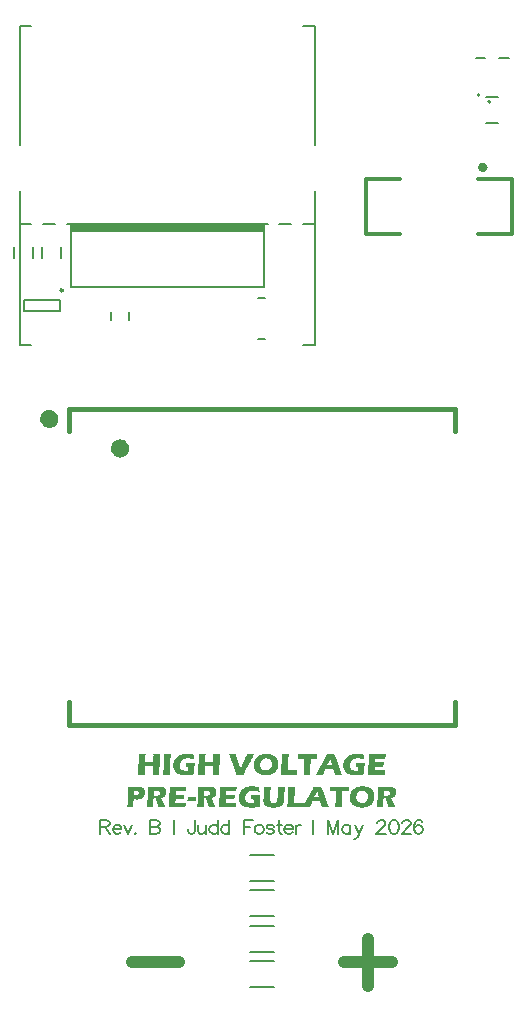
<source format=gbr>
%TF.GenerationSoftware,Altium Limited,Altium Designer,25.6.2 (33)*%
G04 Layer_Color=65535*
%FSLAX45Y45*%
%MOMM*%
%TF.SameCoordinates,4265A882-CCA4-4A53-A555-757F884491BB*%
%TF.FilePolarity,Positive*%
%TF.FileFunction,Legend,Top*%
%TF.Part,Single*%
G01*
G75*
%TA.AperFunction,NonConductor*%
%ADD62C,1.20000*%
%ADD63C,0.25000*%
%ADD64C,0.20000*%
%ADD65C,0.40000*%
%ADD66C,0.30000*%
%ADD67C,1.00000*%
%ADD68R,16.30000X0.54500*%
G36*
X738492Y1974543D02*
Y1974404D01*
Y1974127D01*
Y1973572D01*
X738354Y1972878D01*
Y1972046D01*
Y1971076D01*
X738215Y1968718D01*
X738076Y1966083D01*
X737938Y1963309D01*
X737799Y1960536D01*
X737660Y1957901D01*
Y1957762D01*
Y1957623D01*
Y1956791D01*
Y1955682D01*
Y1954295D01*
X737522Y1952631D01*
Y1950966D01*
Y1949441D01*
Y1948054D01*
X736273D01*
X734887Y1948193D01*
X732945Y1948331D01*
X730587D01*
X727952Y1948470D01*
X724901Y1948609D01*
X721712Y1948747D01*
X718106Y1948886D01*
X714500Y1949025D01*
X707011Y1949163D01*
X699522Y1949441D01*
X683573D01*
Y1949163D01*
X683435Y1948470D01*
Y1947222D01*
X683296Y1945558D01*
X683157Y1943616D01*
X682880Y1941258D01*
X682741Y1938624D01*
X682464Y1935711D01*
X682187Y1932660D01*
X682048Y1929332D01*
X681771Y1925865D01*
X681493Y1922259D01*
X680938Y1915047D01*
X680522Y1907697D01*
Y1907558D01*
Y1907420D01*
Y1907004D01*
Y1906449D01*
X680384Y1905755D01*
Y1905062D01*
X680245Y1902982D01*
Y1900485D01*
X680106Y1897712D01*
X679829Y1894383D01*
X679690Y1890778D01*
X679552Y1886756D01*
X679413Y1882595D01*
X679136Y1878296D01*
X678997Y1873719D01*
X678581Y1864150D01*
X678303Y1854442D01*
Y1854304D01*
Y1854165D01*
Y1853333D01*
Y1851946D01*
X678165Y1850143D01*
Y1847924D01*
X678026Y1845428D01*
Y1842654D01*
Y1839603D01*
X677887Y1836275D01*
Y1832946D01*
X677749Y1826012D01*
X677610Y1819217D01*
Y1815888D01*
Y1812837D01*
X668596D01*
X666377Y1812976D01*
X636005D01*
X632815Y1812837D01*
X621304D01*
Y1812976D01*
X621443Y1813531D01*
Y1814501D01*
X621582Y1815611D01*
X621720Y1817136D01*
X621859Y1819078D01*
X622136Y1821158D01*
X622275Y1823654D01*
X622552Y1826428D01*
X622830Y1829479D01*
X623107Y1832808D01*
X623385Y1836413D01*
X623662Y1840158D01*
X623939Y1844318D01*
X624217Y1848618D01*
X624633Y1853194D01*
X624910Y1857909D01*
X625187Y1862902D01*
X625604Y1868033D01*
X625881Y1873442D01*
X626158Y1878989D01*
X626574Y1884675D01*
X626852Y1890639D01*
X627129Y1896602D01*
X627406Y1902843D01*
X627684Y1909084D01*
X628100Y1922120D01*
X628516Y1935572D01*
X628793Y1949441D01*
X574429Y1948054D01*
X575123Y1962200D01*
Y1962338D01*
Y1962755D01*
Y1963309D01*
X575261Y1964141D01*
Y1965251D01*
Y1966499D01*
X575400Y1968025D01*
Y1969550D01*
X575539Y1971353D01*
Y1973295D01*
X575677Y1977594D01*
X575816Y1982170D01*
X575955Y1987163D01*
X585801D01*
X587743Y1987024D01*
X612429D01*
X619501Y1986886D01*
X660413D01*
X691894Y1987024D01*
X722544D01*
X739186Y1987163D01*
X738492Y1974543D01*
D02*
G37*
G36*
X523671Y1933908D02*
X561532Y1831421D01*
X569020Y1812837D01*
X559590D01*
X557371Y1812976D01*
X524226D01*
X521174Y1812837D01*
X510496D01*
Y1813114D01*
X510218Y1813808D01*
X509941Y1814917D01*
X509525Y1816582D01*
X508832Y1818523D01*
X508138Y1821019D01*
X507306Y1823793D01*
X506474Y1826844D01*
X505364Y1830311D01*
X504116Y1834194D01*
X502868Y1838216D01*
X501343Y1842515D01*
X499817Y1847231D01*
X498153Y1852085D01*
X496350Y1857077D01*
X494408Y1862347D01*
X430059D01*
X429920Y1862070D01*
X429504Y1861377D01*
X428950Y1860128D01*
X428118Y1858464D01*
X427147Y1856384D01*
X425899Y1853749D01*
X424512Y1850975D01*
X422986Y1847785D01*
X421322Y1844180D01*
X419658Y1840435D01*
X417716Y1836275D01*
X415775Y1831976D01*
X413694Y1827399D01*
X411614Y1822684D01*
X409395Y1817830D01*
X407176Y1812837D01*
X397052D01*
X394556Y1812976D01*
X360717D01*
X357527Y1812837D01*
X334922D01*
X330484Y1812976D01*
X239369D01*
X227026Y1812837D01*
X215099D01*
Y1812976D01*
Y1813253D01*
X215238Y1813669D01*
Y1814224D01*
X215376Y1814917D01*
Y1815749D01*
X215654Y1817830D01*
X215931Y1820465D01*
X216208Y1823377D01*
X216486Y1826706D01*
X216902Y1830311D01*
X217179Y1834056D01*
X217595Y1838078D01*
X218427Y1846260D01*
X218705Y1850282D01*
X219121Y1854304D01*
X219398Y1858187D01*
X219675Y1861931D01*
Y1862070D01*
Y1862347D01*
X219814Y1862763D01*
Y1863457D01*
Y1864289D01*
X219953Y1865398D01*
Y1866508D01*
X220092Y1867895D01*
X220230Y1869420D01*
X220369Y1871084D01*
X220508Y1872887D01*
X220646Y1874690D01*
X220924Y1878989D01*
X221201Y1883566D01*
X221478Y1888697D01*
X221756Y1894106D01*
X222172Y1899792D01*
X222449Y1905755D01*
X222865Y1911857D01*
X223143Y1918237D01*
X223697Y1930996D01*
Y1931135D01*
Y1931412D01*
Y1931828D01*
Y1932521D01*
X223836Y1933354D01*
Y1934324D01*
Y1935434D01*
X223975Y1936682D01*
Y1939594D01*
X224113Y1943061D01*
X224252Y1946806D01*
X224391Y1950828D01*
X224529Y1955266D01*
X224668Y1959703D01*
X224807Y1969134D01*
X224945Y1973849D01*
X225084Y1978426D01*
Y1982864D01*
Y1987163D01*
X229522D01*
X231325Y1987024D01*
X240201D01*
X245332Y1986886D01*
X264193D01*
X266135Y1987024D01*
X275981D01*
X278894Y1987163D01*
X281945D01*
X278755Y1940842D01*
X275010Y1868588D01*
X274456Y1850837D01*
X277923D01*
X279726Y1850698D01*
X286244D01*
X291098Y1850559D01*
X295813D01*
X297893Y1850420D01*
X314535D01*
X318141Y1850559D01*
X330207D01*
X338666Y1850837D01*
X342827D01*
X346710Y1850975D01*
X350454Y1851114D01*
X353922Y1851253D01*
X351784Y1821650D01*
X357250Y1831143D01*
X423264Y1955543D01*
X430336Y1969411D01*
Y1969550D01*
X430475Y1969689D01*
X430614Y1970105D01*
X430891Y1970521D01*
X431169Y1971214D01*
X431585Y1972046D01*
X432555Y1973988D01*
X433804Y1976484D01*
X435190Y1979535D01*
X436993Y1983141D01*
X438935Y1987163D01*
X444482D01*
X446562Y1987024D01*
X456825D01*
X462234Y1986886D01*
X485117D01*
X487752Y1987024D01*
X499124D01*
X504948Y1987163D01*
X523671Y1933908D01*
D02*
G37*
G36*
X-212464Y1982864D02*
Y1982725D01*
Y1982448D01*
Y1981893D01*
X-212603Y1980922D01*
X-212741Y1979535D01*
Y1978564D01*
Y1977594D01*
X-212880Y1976346D01*
X-213019Y1974959D01*
Y1973433D01*
X-213157Y1971769D01*
X-213851Y1957901D01*
Y1957762D01*
Y1957207D01*
X-213989Y1956236D01*
Y1955127D01*
Y1953740D01*
X-214128Y1952215D01*
Y1948886D01*
X-215238D01*
X-216486Y1949025D01*
X-218289D01*
X-220369Y1949163D01*
X-222865D01*
X-225639Y1949302D01*
X-228551Y1949441D01*
X-231741D01*
X-235069Y1949580D01*
X-242004Y1949718D01*
X-248938Y1949857D01*
X-273762D01*
X-275704Y1949718D01*
X-285273D01*
X-286660Y1949580D01*
X-291514D01*
X-293455Y1949441D01*
X-297893D01*
X-300390Y1949302D01*
X-302054Y1920040D01*
X-299419D01*
X-297893Y1919901D01*
X-291930D01*
X-289572Y1919762D01*
X-280835D01*
X-277645Y1919624D01*
X-263084D01*
X-261419Y1919762D01*
X-257120D01*
X-254485Y1919901D01*
X-251434D01*
X-247828Y1920040D01*
X-243806Y1920179D01*
X-239369Y1920317D01*
X-234376Y1920456D01*
X-231602D01*
X-228829Y1920595D01*
Y1920456D01*
Y1919901D01*
X-228967Y1918930D01*
X-229106Y1917682D01*
X-229245Y1916157D01*
X-229383Y1914215D01*
X-229522Y1911996D01*
X-229661Y1909639D01*
X-229799Y1906865D01*
X-230077Y1903953D01*
X-230215Y1900624D01*
X-230493Y1897296D01*
X-230631Y1893551D01*
X-230909Y1889807D01*
X-231048Y1885785D01*
X-231325Y1881624D01*
X-241310D01*
X-243806Y1881763D01*
X-274317D01*
X-276813Y1881624D01*
X-282638D01*
X-285966Y1881486D01*
X-289295D01*
X-292901Y1881347D01*
X-296784Y1881208D01*
X-304689Y1880931D01*
X-306214Y1849866D01*
X-284025D01*
X-282083Y1850004D01*
X-271682D01*
X-268215Y1850143D01*
X-264609D01*
X-238120Y1850837D01*
X-236318D01*
X-235485Y1850975D01*
X-233405D01*
X-232157Y1851114D01*
X-230770D01*
X-229106Y1851253D01*
X-227303Y1851391D01*
X-225361Y1851530D01*
X-223281Y1851669D01*
X-220924Y1851807D01*
X-218427Y1851946D01*
Y1851669D01*
Y1851114D01*
X-218566Y1850004D01*
X-218705Y1848618D01*
X-218843Y1846953D01*
X-218982Y1844873D01*
X-219121Y1842515D01*
X-219398Y1839880D01*
X-219537Y1837107D01*
X-219814Y1834056D01*
X-219953Y1830866D01*
X-220230Y1827399D01*
X-220646Y1820326D01*
X-221062Y1812837D01*
X-236872D01*
X-241310Y1812976D01*
X-289434D01*
X-345601Y1812837D01*
X-363629D01*
Y1812976D01*
Y1813253D01*
X-363491Y1813669D01*
Y1814363D01*
X-363352Y1815056D01*
Y1816027D01*
X-363213Y1817136D01*
X-363075Y1818384D01*
X-362936Y1821158D01*
X-362520Y1824348D01*
X-362243Y1828092D01*
X-361965Y1832114D01*
X-361549Y1836275D01*
X-361133Y1840713D01*
X-360440Y1850004D01*
X-359746Y1859158D01*
X-359330Y1863595D01*
X-359053Y1867895D01*
Y1868172D01*
X-358914Y1868865D01*
Y1870252D01*
X-358776Y1871917D01*
X-358637Y1874135D01*
X-358498Y1876909D01*
X-358359Y1880099D01*
X-358082Y1883705D01*
X-357943Y1887726D01*
X-357666Y1892164D01*
X-357389Y1897018D01*
X-357111Y1902288D01*
X-356973Y1907836D01*
X-356695Y1913938D01*
X-356418Y1920317D01*
X-356141Y1926974D01*
Y1927113D01*
Y1927390D01*
Y1927945D01*
X-356002Y1928638D01*
Y1929470D01*
Y1930441D01*
Y1931689D01*
X-355863Y1932937D01*
X-355724Y1935850D01*
X-355586Y1939317D01*
X-355447Y1942923D01*
X-355308Y1946945D01*
X-355170Y1950966D01*
X-355031Y1955127D01*
Y1959149D01*
X-354892Y1963171D01*
X-354754Y1966915D01*
X-354615Y1970243D01*
Y1973295D01*
Y1974543D01*
Y1975791D01*
X-354754Y1987163D01*
X-346433D01*
X-344768Y1987024D01*
X-323688D01*
X-317725Y1986886D01*
X-253098D01*
X-247551Y1987024D01*
X-223836D01*
X-218011Y1987163D01*
X-212187D01*
X-212464Y1982864D01*
D02*
G37*
G36*
X-637946D02*
Y1982725D01*
Y1982448D01*
Y1981893D01*
X-638085Y1980922D01*
X-638224Y1979535D01*
Y1978564D01*
Y1977594D01*
X-638362Y1976346D01*
X-638501Y1974959D01*
Y1973433D01*
X-638640Y1971769D01*
X-639333Y1957901D01*
Y1957762D01*
Y1957207D01*
X-639472Y1956236D01*
Y1955127D01*
Y1953740D01*
X-639611Y1952215D01*
Y1948886D01*
X-640720D01*
X-641968Y1949025D01*
X-643771D01*
X-645851Y1949163D01*
X-648348D01*
X-651121Y1949302D01*
X-654034Y1949441D01*
X-657223D01*
X-660552Y1949580D01*
X-667486Y1949718D01*
X-674420Y1949857D01*
X-699245D01*
X-701186Y1949718D01*
X-710756D01*
X-712142Y1949580D01*
X-716996D01*
X-718938Y1949441D01*
X-723376D01*
X-725872Y1949302D01*
X-727536Y1920040D01*
X-724901D01*
X-723376Y1919901D01*
X-717412D01*
X-715055Y1919762D01*
X-706318D01*
X-703128Y1919624D01*
X-688566D01*
X-686902Y1919762D01*
X-682603D01*
X-679968Y1919901D01*
X-676917D01*
X-673311Y1920040D01*
X-669289Y1920179D01*
X-664851Y1920317D01*
X-659858Y1920456D01*
X-657085D01*
X-654311Y1920595D01*
Y1920456D01*
Y1919901D01*
X-654450Y1918930D01*
X-654588Y1917682D01*
X-654727Y1916157D01*
X-654866Y1914215D01*
X-655005Y1911996D01*
X-655143Y1909639D01*
X-655282Y1906865D01*
X-655559Y1903953D01*
X-655698Y1900624D01*
X-655975Y1897296D01*
X-656114Y1893551D01*
X-656391Y1889807D01*
X-656530Y1885785D01*
X-656807Y1881624D01*
X-666793D01*
X-669289Y1881763D01*
X-699799D01*
X-702296Y1881624D01*
X-708121D01*
X-711449Y1881486D01*
X-714777D01*
X-718383Y1881347D01*
X-722266Y1881208D01*
X-730171Y1880931D01*
X-731697Y1849866D01*
X-709507D01*
X-707566Y1850004D01*
X-697164D01*
X-693697Y1850143D01*
X-690092D01*
X-663603Y1850837D01*
X-661800D01*
X-660968Y1850975D01*
X-658888D01*
X-657640Y1851114D01*
X-656253D01*
X-654588Y1851253D01*
X-652786Y1851391D01*
X-650844Y1851530D01*
X-648764Y1851669D01*
X-646406Y1851807D01*
X-643910Y1851946D01*
Y1851669D01*
Y1851114D01*
X-644048Y1850004D01*
X-644187Y1848618D01*
X-644326Y1846953D01*
X-644465Y1844873D01*
X-644603Y1842515D01*
X-644881Y1839880D01*
X-645019Y1837107D01*
X-645297Y1834056D01*
X-645435Y1830866D01*
X-645713Y1827399D01*
X-646129Y1820326D01*
X-646545Y1812837D01*
X-662355D01*
X-666793Y1812976D01*
X-714916D01*
X-771083Y1812837D01*
X-789112D01*
Y1812976D01*
Y1813253D01*
X-788973Y1813669D01*
Y1814363D01*
X-788835Y1815056D01*
Y1816027D01*
X-788696Y1817136D01*
X-788557Y1818384D01*
X-788419Y1821158D01*
X-788002Y1824348D01*
X-787725Y1828092D01*
X-787448Y1832114D01*
X-787032Y1836275D01*
X-786616Y1840713D01*
X-785922Y1850004D01*
X-785229Y1859158D01*
X-784813Y1863595D01*
X-784535Y1867895D01*
Y1868172D01*
X-784397Y1868865D01*
Y1870252D01*
X-784258Y1871917D01*
X-784119Y1874135D01*
X-783981Y1876909D01*
X-783842Y1880099D01*
X-783565Y1883705D01*
X-783426Y1887726D01*
X-783149Y1892164D01*
X-782871Y1897018D01*
X-782594Y1902288D01*
X-782455Y1907836D01*
X-782178Y1913938D01*
X-781900Y1920317D01*
X-781623Y1926974D01*
Y1927113D01*
Y1927390D01*
Y1927945D01*
X-781484Y1928638D01*
Y1929470D01*
Y1930441D01*
Y1931689D01*
X-781346Y1932937D01*
X-781207Y1935850D01*
X-781068Y1939317D01*
X-780930Y1942923D01*
X-780791Y1946945D01*
X-780652Y1950966D01*
X-780514Y1955127D01*
Y1959149D01*
X-780375Y1963171D01*
X-780236Y1966915D01*
X-780098Y1970243D01*
Y1973295D01*
Y1974543D01*
Y1975791D01*
X-780236Y1987163D01*
X-771915D01*
X-770251Y1987024D01*
X-749171D01*
X-743208Y1986886D01*
X-678581D01*
X-673033Y1987024D01*
X-649318D01*
X-643494Y1987163D01*
X-637669D01*
X-637946Y1982864D01*
D02*
G37*
G36*
X1070086Y1987718D02*
X1072166D01*
X1074246Y1987579D01*
X1076604D01*
X1081458Y1987302D01*
X1086589Y1987024D01*
X1091443Y1986608D01*
X1091859D01*
X1092414Y1986469D01*
X1093107D01*
X1093939Y1986331D01*
X1094910Y1986192D01*
X1097268Y1985776D01*
X1099903Y1985221D01*
X1102815Y1984667D01*
X1105866Y1983834D01*
X1108779Y1982864D01*
X1108917D01*
X1109195Y1982725D01*
X1109611Y1982586D01*
X1110165Y1982309D01*
X1111552Y1981754D01*
X1113355Y1980922D01*
X1115435Y1979951D01*
X1117654Y1978842D01*
X1119873Y1977455D01*
X1121954Y1976068D01*
X1122231Y1975929D01*
X1122924Y1975375D01*
X1123895Y1974543D01*
X1125143Y1973433D01*
X1126530Y1972046D01*
X1128056Y1970521D01*
X1129581Y1968857D01*
X1130968Y1967054D01*
X1131107Y1966776D01*
X1131523Y1966222D01*
X1132216Y1965112D01*
X1133048Y1963725D01*
X1133880Y1961922D01*
X1134851Y1959981D01*
X1135683Y1957762D01*
X1136515Y1955266D01*
Y1955127D01*
X1136654Y1954988D01*
Y1954572D01*
X1136793Y1954156D01*
X1137209Y1952769D01*
X1137625Y1950966D01*
X1137902Y1948886D01*
X1138318Y1946390D01*
X1138457Y1943755D01*
X1138596Y1940981D01*
Y1940842D01*
Y1940565D01*
Y1940149D01*
Y1939594D01*
Y1938762D01*
X1138457Y1937930D01*
X1138318Y1935711D01*
X1138041Y1933215D01*
X1137625Y1930580D01*
X1137070Y1927806D01*
X1136377Y1924894D01*
Y1924755D01*
X1136238Y1924616D01*
X1136099Y1924200D01*
X1135961Y1923646D01*
X1135406Y1922120D01*
X1134712Y1920317D01*
X1133742Y1918237D01*
X1132494Y1915879D01*
X1131107Y1913383D01*
X1129442Y1910887D01*
Y1910748D01*
X1129304Y1910609D01*
X1128610Y1909777D01*
X1127640Y1908529D01*
X1126253Y1907004D01*
X1124589Y1905201D01*
X1122647Y1903398D01*
X1120289Y1901456D01*
X1117793Y1899515D01*
X1117654D01*
X1117516Y1899237D01*
X1117100Y1899099D01*
X1116545Y1898683D01*
X1115713Y1898266D01*
X1114881Y1897712D01*
X1113910Y1897157D01*
X1112662Y1896464D01*
X1111275Y1895770D01*
X1109888Y1895077D01*
X1108224Y1894245D01*
X1106421Y1893413D01*
X1104479Y1892442D01*
X1102538Y1891610D01*
X1097961Y1889807D01*
X1104618Y1873581D01*
Y1873442D01*
X1104757Y1873303D01*
X1104895Y1872887D01*
X1105173Y1872471D01*
X1105728Y1871084D01*
X1106421Y1869282D01*
X1107253Y1867201D01*
X1108363Y1864844D01*
X1109472Y1862347D01*
X1110581Y1859712D01*
X1127640Y1822406D01*
Y1822268D01*
X1127917Y1821852D01*
X1128194Y1821297D01*
X1128610Y1820326D01*
X1129165Y1818939D01*
X1129859Y1817275D01*
X1130691Y1815333D01*
X1131800Y1812837D01*
X1122647D01*
X1120289Y1812976D01*
X1086867D01*
X1083815Y1812837D01*
X1073275D01*
Y1812976D01*
X1073137Y1813114D01*
X1072998Y1813531D01*
X1072859Y1814085D01*
X1072582Y1814917D01*
X1072305Y1815888D01*
X1072027Y1816998D01*
X1071611Y1818384D01*
X1071057Y1819910D01*
X1070640Y1821713D01*
X1069947Y1823654D01*
X1069254Y1826012D01*
X1068560Y1828370D01*
X1067728Y1831143D01*
X1066896Y1834194D01*
X1065925Y1837384D01*
Y1837523D01*
X1065787Y1837662D01*
X1065648Y1838078D01*
X1065509Y1838632D01*
X1065093Y1840019D01*
X1064677Y1841683D01*
X1063984Y1843486D01*
X1063429Y1845428D01*
X1062735Y1847369D01*
X1062181Y1849034D01*
Y1849172D01*
X1062042Y1849450D01*
X1061903Y1850004D01*
X1061626Y1850698D01*
X1061349Y1851669D01*
X1060933Y1852778D01*
X1060378Y1854026D01*
X1059962Y1855552D01*
X1059268Y1857355D01*
X1058575Y1859158D01*
X1057882Y1861238D01*
X1057049Y1863595D01*
X1056217Y1865953D01*
X1055247Y1868588D01*
X1054276Y1871500D01*
X1053166Y1874413D01*
X1039991Y1910609D01*
X1040269D01*
X1040685Y1910471D01*
X1041239D01*
X1042488Y1910193D01*
X1044291Y1910055D01*
X1046371Y1909777D01*
X1048590Y1909500D01*
X1051086Y1909361D01*
X1055108D01*
X1055940Y1909500D01*
X1056911D01*
X1059130Y1909777D01*
X1061765Y1910055D01*
X1064538Y1910471D01*
X1067451Y1911164D01*
X1070363Y1912135D01*
X1070502D01*
X1070640Y1912274D01*
X1071057Y1912412D01*
X1071611Y1912690D01*
X1072998Y1913383D01*
X1074662Y1914215D01*
X1076465Y1915463D01*
X1078407Y1916989D01*
X1080210Y1918653D01*
X1081874Y1920733D01*
Y1920872D01*
X1082013Y1921011D01*
X1082567Y1921704D01*
X1083122Y1922952D01*
X1083954Y1924478D01*
X1084648Y1926419D01*
X1085341Y1928500D01*
X1085757Y1930857D01*
X1085896Y1933215D01*
Y1933492D01*
Y1934186D01*
X1085757Y1935156D01*
X1085480Y1936405D01*
X1085202Y1937930D01*
X1084648Y1939594D01*
X1083815Y1941120D01*
X1082845Y1942784D01*
X1082706Y1942923D01*
X1082290Y1943477D01*
X1081597Y1944171D01*
X1080626Y1945142D01*
X1079239Y1946112D01*
X1077713Y1947222D01*
X1075772Y1948193D01*
X1073553Y1949025D01*
X1073275Y1949163D01*
X1072859D01*
X1072443Y1949302D01*
X1071750Y1949580D01*
X1070918Y1949718D01*
X1069947Y1949857D01*
X1068838Y1950134D01*
X1067451Y1950273D01*
X1066064Y1950412D01*
X1064538Y1950689D01*
X1062735Y1950828D01*
X1060794Y1950966D01*
X1058714D01*
X1056495Y1951105D01*
X1049977D01*
X1048312Y1950966D01*
X1044845Y1950828D01*
X1043042D01*
X1041656Y1950689D01*
X1038188D01*
X1036108Y1950550D01*
X1033751D01*
Y1950412D01*
Y1950273D01*
Y1949857D01*
X1033612Y1949302D01*
Y1948747D01*
Y1947915D01*
X1033473Y1945835D01*
X1033334Y1943339D01*
X1033196Y1940288D01*
X1032918Y1936682D01*
X1032780Y1932799D01*
X1032502Y1928222D01*
X1032364Y1923368D01*
X1032086Y1918098D01*
X1031809Y1912551D01*
X1031532Y1906587D01*
X1031393Y1900208D01*
X1031116Y1893551D01*
X1030838Y1886617D01*
Y1886478D01*
Y1886201D01*
Y1885646D01*
Y1884953D01*
X1030699Y1883982D01*
Y1882873D01*
Y1881624D01*
Y1880238D01*
X1030561Y1878573D01*
Y1876770D01*
X1030422Y1874829D01*
Y1872887D01*
X1030283Y1868311D01*
X1030145Y1863318D01*
X1030006Y1857909D01*
X1029867Y1852085D01*
X1029729Y1845983D01*
X1029590Y1839603D01*
X1029451Y1833085D01*
X1029313Y1826428D01*
X1029174Y1812837D01*
X1020021D01*
X1017663Y1812976D01*
X987153D01*
X984379Y1812837D01*
X974810D01*
Y1813114D01*
X974949Y1813808D01*
X975087Y1815056D01*
X975226Y1816582D01*
X975365Y1818662D01*
X975642Y1820881D01*
X975919Y1823516D01*
X976197Y1826289D01*
X976474Y1829341D01*
X976751Y1832530D01*
X977445Y1839326D01*
X978000Y1846260D01*
X978554Y1853194D01*
Y1853472D01*
Y1854026D01*
X978693Y1854997D01*
X978832Y1856384D01*
X978970Y1858048D01*
X979109Y1860128D01*
X979248Y1862486D01*
X979386Y1865121D01*
X979525Y1868172D01*
X979802Y1871362D01*
X979941Y1874690D01*
X980080Y1878435D01*
X980357Y1882318D01*
X980496Y1886340D01*
X980773Y1890500D01*
X980912Y1894938D01*
Y1895077D01*
Y1895215D01*
Y1896048D01*
X981051Y1897296D01*
Y1899099D01*
X981189Y1901318D01*
X981328Y1903814D01*
X981467Y1906865D01*
Y1910193D01*
X981605Y1913799D01*
X981744Y1917682D01*
X981883Y1921843D01*
X982021Y1926142D01*
X982160Y1930719D01*
X982299Y1935434D01*
X982437Y1945142D01*
Y1945280D01*
Y1945419D01*
Y1945835D01*
Y1946251D01*
Y1947638D01*
X982576Y1949441D01*
Y1951798D01*
Y1954295D01*
X982715Y1957207D01*
Y1960258D01*
Y1963587D01*
X982854Y1967054D01*
Y1973988D01*
X982992Y1977455D01*
Y1980922D01*
Y1984112D01*
Y1987163D01*
X985627D01*
X987014Y1987024D01*
X992145D01*
X996306Y1986886D01*
X1000605D01*
X1004904Y1986747D01*
X1014196D01*
X1015722Y1986886D01*
X1021408D01*
X1023627Y1987024D01*
X1028342Y1987163D01*
X1033612Y1987302D01*
X1034999D01*
X1036108Y1987440D01*
X1039021D01*
X1040823Y1987579D01*
X1044845D01*
X1047064Y1987718D01*
X1051918D01*
X1057049Y1987856D01*
X1068144D01*
X1070086Y1987718D01*
D02*
G37*
G36*
X-451694D02*
X-449614D01*
X-447533Y1987579D01*
X-445176D01*
X-440322Y1987302D01*
X-435190Y1987024D01*
X-430336Y1986608D01*
X-429920D01*
X-429366Y1986469D01*
X-428672D01*
X-427840Y1986331D01*
X-426869Y1986192D01*
X-424512Y1985776D01*
X-421877Y1985221D01*
X-418964Y1984667D01*
X-415913Y1983834D01*
X-413001Y1982864D01*
X-412862D01*
X-412585Y1982725D01*
X-412169Y1982586D01*
X-411614Y1982309D01*
X-410227Y1981754D01*
X-408424Y1980922D01*
X-406344Y1979951D01*
X-404125Y1978842D01*
X-401906Y1977455D01*
X-399826Y1976068D01*
X-399549Y1975929D01*
X-398855Y1975375D01*
X-397884Y1974543D01*
X-396636Y1973433D01*
X-395249Y1972046D01*
X-393724Y1970521D01*
X-392198Y1968857D01*
X-390812Y1967054D01*
X-390673Y1966776D01*
X-390257Y1966222D01*
X-389563Y1965112D01*
X-388731Y1963725D01*
X-387899Y1961922D01*
X-386928Y1959981D01*
X-386096Y1957762D01*
X-385264Y1955266D01*
Y1955127D01*
X-385125Y1954988D01*
Y1954572D01*
X-384987Y1954156D01*
X-384571Y1952769D01*
X-384155Y1950966D01*
X-383877Y1948886D01*
X-383461Y1946390D01*
X-383323Y1943755D01*
X-383184Y1940981D01*
Y1940842D01*
Y1940565D01*
Y1940149D01*
Y1939594D01*
Y1938762D01*
X-383323Y1937930D01*
X-383461Y1935711D01*
X-383739Y1933215D01*
X-384155Y1930580D01*
X-384709Y1927806D01*
X-385403Y1924894D01*
Y1924755D01*
X-385542Y1924616D01*
X-385680Y1924200D01*
X-385819Y1923646D01*
X-386374Y1922120D01*
X-387067Y1920317D01*
X-388038Y1918237D01*
X-389286Y1915879D01*
X-390673Y1913383D01*
X-392337Y1910887D01*
Y1910748D01*
X-392476Y1910609D01*
X-393169Y1909777D01*
X-394140Y1908529D01*
X-395527Y1907004D01*
X-397191Y1905201D01*
X-399133Y1903398D01*
X-401490Y1901456D01*
X-403986Y1899515D01*
X-404125D01*
X-404264Y1899237D01*
X-404680Y1899099D01*
X-405235Y1898683D01*
X-406067Y1898266D01*
X-406899Y1897712D01*
X-407870Y1897157D01*
X-409118Y1896464D01*
X-410505Y1895770D01*
X-411891Y1895077D01*
X-413556Y1894245D01*
X-415359Y1893413D01*
X-417300Y1892442D01*
X-419242Y1891610D01*
X-423818Y1889807D01*
X-417161Y1873581D01*
Y1873442D01*
X-417023Y1873303D01*
X-416884Y1872887D01*
X-416607Y1872471D01*
X-416052Y1871084D01*
X-415359Y1869282D01*
X-414526Y1867201D01*
X-413417Y1864844D01*
X-412308Y1862347D01*
X-411198Y1859712D01*
X-394140Y1822406D01*
Y1822268D01*
X-393863Y1821852D01*
X-393585Y1821297D01*
X-393169Y1820326D01*
X-392614Y1818939D01*
X-391921Y1817275D01*
X-391089Y1815333D01*
X-389979Y1812837D01*
X-399133D01*
X-401490Y1812976D01*
X-434913D01*
X-437964Y1812837D01*
X-448504D01*
Y1812976D01*
X-448643Y1813114D01*
X-448781Y1813531D01*
X-448920Y1814085D01*
X-449197Y1814917D01*
X-449475Y1815888D01*
X-449752Y1816998D01*
X-450168Y1818384D01*
X-450723Y1819910D01*
X-451139Y1821713D01*
X-451832Y1823654D01*
X-452526Y1826012D01*
X-453219Y1828370D01*
X-454051Y1831143D01*
X-454884Y1834194D01*
X-455854Y1837384D01*
Y1837523D01*
X-455993Y1837662D01*
X-456132Y1838078D01*
X-456270Y1838632D01*
X-456686Y1840019D01*
X-457102Y1841683D01*
X-457796Y1843486D01*
X-458351Y1845428D01*
X-459044Y1847369D01*
X-459599Y1849034D01*
Y1849172D01*
X-459737Y1849450D01*
X-459876Y1850004D01*
X-460154Y1850698D01*
X-460431Y1851669D01*
X-460847Y1852778D01*
X-461402Y1854026D01*
X-461818Y1855552D01*
X-462511Y1857355D01*
X-463205Y1859158D01*
X-463898Y1861238D01*
X-464730Y1863595D01*
X-465562Y1865953D01*
X-466533Y1868588D01*
X-467504Y1871500D01*
X-468613Y1874413D01*
X-481788Y1910609D01*
X-481511D01*
X-481095Y1910471D01*
X-480540D01*
X-479292Y1910193D01*
X-477489Y1910055D01*
X-475409Y1909777D01*
X-473190Y1909500D01*
X-470693Y1909361D01*
X-466672D01*
X-465840Y1909500D01*
X-464869D01*
X-462650Y1909777D01*
X-460015Y1910055D01*
X-457241Y1910471D01*
X-454329Y1911164D01*
X-451416Y1912135D01*
X-451278D01*
X-451139Y1912274D01*
X-450723Y1912412D01*
X-450168Y1912690D01*
X-448781Y1913383D01*
X-447117Y1914215D01*
X-445314Y1915463D01*
X-443373Y1916989D01*
X-441570Y1918653D01*
X-439906Y1920733D01*
Y1920872D01*
X-439767Y1921011D01*
X-439212Y1921704D01*
X-438657Y1922952D01*
X-437825Y1924478D01*
X-437132Y1926419D01*
X-436439Y1928500D01*
X-436022Y1930857D01*
X-435884Y1933215D01*
Y1933492D01*
Y1934186D01*
X-436022Y1935156D01*
X-436300Y1936405D01*
X-436577Y1937930D01*
X-437132Y1939594D01*
X-437964Y1941120D01*
X-438935Y1942784D01*
X-439074Y1942923D01*
X-439490Y1943477D01*
X-440183Y1944171D01*
X-441154Y1945142D01*
X-442541Y1946112D01*
X-444066Y1947222D01*
X-446008Y1948193D01*
X-448227Y1949025D01*
X-448504Y1949163D01*
X-448920D01*
X-449336Y1949302D01*
X-450030Y1949580D01*
X-450862Y1949718D01*
X-451832Y1949857D01*
X-452942Y1950134D01*
X-454329Y1950273D01*
X-455716Y1950412D01*
X-457241Y1950689D01*
X-459044Y1950828D01*
X-460986Y1950966D01*
X-463066D01*
X-465285Y1951105D01*
X-471803D01*
X-473467Y1950966D01*
X-476934Y1950828D01*
X-478737D01*
X-480124Y1950689D01*
X-483591D01*
X-485671Y1950550D01*
X-488029D01*
Y1950412D01*
Y1950273D01*
Y1949857D01*
X-488168Y1949302D01*
Y1948747D01*
Y1947915D01*
X-488306Y1945835D01*
X-488445Y1943339D01*
X-488584Y1940288D01*
X-488861Y1936682D01*
X-489000Y1932799D01*
X-489277Y1928222D01*
X-489416Y1923368D01*
X-489693Y1918098D01*
X-489971Y1912551D01*
X-490248Y1906587D01*
X-490387Y1900208D01*
X-490664Y1893551D01*
X-490941Y1886617D01*
Y1886478D01*
Y1886201D01*
Y1885646D01*
Y1884953D01*
X-491080Y1883982D01*
Y1882873D01*
Y1881624D01*
Y1880238D01*
X-491219Y1878573D01*
Y1876770D01*
X-491357Y1874829D01*
Y1872887D01*
X-491496Y1868311D01*
X-491635Y1863318D01*
X-491773Y1857909D01*
X-491912Y1852085D01*
X-492051Y1845983D01*
X-492190Y1839603D01*
X-492328Y1833085D01*
X-492467Y1826428D01*
X-492606Y1812837D01*
X-501759D01*
X-504116Y1812976D01*
X-534627D01*
X-537400Y1812837D01*
X-546970D01*
Y1813114D01*
X-546831Y1813808D01*
X-546692Y1815056D01*
X-546554Y1816582D01*
X-546415Y1818662D01*
X-546138Y1820881D01*
X-545860Y1823516D01*
X-545583Y1826289D01*
X-545305Y1829341D01*
X-545028Y1832530D01*
X-544335Y1839326D01*
X-543780Y1846260D01*
X-543225Y1853194D01*
Y1853472D01*
Y1854026D01*
X-543087Y1854997D01*
X-542948Y1856384D01*
X-542809Y1858048D01*
X-542670Y1860128D01*
X-542532Y1862486D01*
X-542393Y1865121D01*
X-542254Y1868172D01*
X-541977Y1871362D01*
X-541838Y1874690D01*
X-541700Y1878435D01*
X-541422Y1882318D01*
X-541284Y1886340D01*
X-541006Y1890500D01*
X-540868Y1894938D01*
Y1895077D01*
Y1895215D01*
Y1896048D01*
X-540729Y1897296D01*
Y1899099D01*
X-540590Y1901318D01*
X-540452Y1903814D01*
X-540313Y1906865D01*
Y1910193D01*
X-540174Y1913799D01*
X-540035Y1917682D01*
X-539897Y1921843D01*
X-539758Y1926142D01*
X-539619Y1930719D01*
X-539481Y1935434D01*
X-539342Y1945142D01*
Y1945280D01*
Y1945419D01*
Y1945835D01*
Y1946251D01*
Y1947638D01*
X-539203Y1949441D01*
Y1951798D01*
Y1954295D01*
X-539065Y1957207D01*
Y1960258D01*
Y1963587D01*
X-538926Y1967054D01*
Y1973988D01*
X-538787Y1977455D01*
Y1980922D01*
Y1984112D01*
Y1987163D01*
X-536152D01*
X-534766Y1987024D01*
X-529634D01*
X-525474Y1986886D01*
X-521174D01*
X-516875Y1986747D01*
X-507583D01*
X-506058Y1986886D01*
X-500372D01*
X-498153Y1987024D01*
X-493438Y1987163D01*
X-488168Y1987302D01*
X-486781D01*
X-485671Y1987440D01*
X-482759D01*
X-480956Y1987579D01*
X-476934D01*
X-474715Y1987718D01*
X-469861D01*
X-464730Y1987856D01*
X-453635D01*
X-451694Y1987718D01*
D02*
G37*
G36*
X-877176D02*
X-875096D01*
X-873016Y1987579D01*
X-870658D01*
X-865804Y1987302D01*
X-860673Y1987024D01*
X-855819Y1986608D01*
X-855403D01*
X-854848Y1986469D01*
X-854155D01*
X-853323Y1986331D01*
X-852352Y1986192D01*
X-849994Y1985776D01*
X-847359Y1985221D01*
X-844447Y1984667D01*
X-841396Y1983834D01*
X-838483Y1982864D01*
X-838345D01*
X-838067Y1982725D01*
X-837651Y1982586D01*
X-837097Y1982309D01*
X-835710Y1981754D01*
X-833907Y1980922D01*
X-831827Y1979951D01*
X-829608Y1978842D01*
X-827389Y1977455D01*
X-825308Y1976068D01*
X-825031Y1975929D01*
X-824338Y1975375D01*
X-823367Y1974543D01*
X-822119Y1973433D01*
X-820732Y1972046D01*
X-819206Y1970521D01*
X-817681Y1968857D01*
X-816294Y1967054D01*
X-816155Y1966776D01*
X-815739Y1966222D01*
X-815046Y1965112D01*
X-814214Y1963725D01*
X-813382Y1961922D01*
X-812411Y1959981D01*
X-811579Y1957762D01*
X-810747Y1955266D01*
Y1955127D01*
X-810608Y1954988D01*
Y1954572D01*
X-810469Y1954156D01*
X-810053Y1952769D01*
X-809637Y1950966D01*
X-809360Y1948886D01*
X-808944Y1946390D01*
X-808805Y1943755D01*
X-808666Y1940981D01*
Y1940842D01*
Y1940565D01*
Y1940149D01*
Y1939594D01*
Y1938762D01*
X-808805Y1937930D01*
X-808944Y1935711D01*
X-809221Y1933215D01*
X-809637Y1930580D01*
X-810192Y1927806D01*
X-810885Y1924894D01*
Y1924755D01*
X-811024Y1924616D01*
X-811163Y1924200D01*
X-811301Y1923646D01*
X-811856Y1922120D01*
X-812550Y1920317D01*
X-813520Y1918237D01*
X-814768Y1915879D01*
X-816155Y1913383D01*
X-817820Y1910887D01*
Y1910748D01*
X-817958Y1910609D01*
X-818652Y1909777D01*
X-819622Y1908529D01*
X-821009Y1907004D01*
X-822673Y1905201D01*
X-824615Y1903398D01*
X-826973Y1901456D01*
X-829469Y1899515D01*
X-829608D01*
X-829746Y1899237D01*
X-830162Y1899099D01*
X-830717Y1898683D01*
X-831549Y1898266D01*
X-832381Y1897712D01*
X-833352Y1897157D01*
X-834600Y1896464D01*
X-835987Y1895770D01*
X-837374Y1895077D01*
X-839038Y1894245D01*
X-840841Y1893413D01*
X-842783Y1892442D01*
X-844724Y1891610D01*
X-849301Y1889807D01*
X-842644Y1873581D01*
Y1873442D01*
X-842505Y1873303D01*
X-842367Y1872887D01*
X-842089Y1872471D01*
X-841535Y1871084D01*
X-840841Y1869282D01*
X-840009Y1867201D01*
X-838900Y1864844D01*
X-837790Y1862347D01*
X-836681Y1859712D01*
X-819622Y1822406D01*
Y1822268D01*
X-819345Y1821852D01*
X-819068Y1821297D01*
X-818652Y1820326D01*
X-818097Y1818939D01*
X-817403Y1817275D01*
X-816571Y1815333D01*
X-815462Y1812837D01*
X-824615D01*
X-826973Y1812976D01*
X-860396D01*
X-863447Y1812837D01*
X-873987D01*
Y1812976D01*
X-874125Y1813114D01*
X-874264Y1813531D01*
X-874403Y1814085D01*
X-874680Y1814917D01*
X-874957Y1815888D01*
X-875235Y1816998D01*
X-875651Y1818384D01*
X-876206Y1819910D01*
X-876622Y1821713D01*
X-877315Y1823654D01*
X-878008Y1826012D01*
X-878702Y1828370D01*
X-879534Y1831143D01*
X-880366Y1834194D01*
X-881337Y1837384D01*
Y1837523D01*
X-881476Y1837662D01*
X-881614Y1838078D01*
X-881753Y1838632D01*
X-882169Y1840019D01*
X-882585Y1841683D01*
X-883278Y1843486D01*
X-883833Y1845428D01*
X-884527Y1847369D01*
X-885081Y1849034D01*
Y1849172D01*
X-885220Y1849450D01*
X-885359Y1850004D01*
X-885636Y1850698D01*
X-885913Y1851669D01*
X-886329Y1852778D01*
X-886884Y1854026D01*
X-887300Y1855552D01*
X-887994Y1857355D01*
X-888687Y1859158D01*
X-889380Y1861238D01*
X-890213Y1863595D01*
X-891045Y1865953D01*
X-892015Y1868588D01*
X-892986Y1871500D01*
X-894096Y1874413D01*
X-907271Y1910609D01*
X-906993D01*
X-906577Y1910471D01*
X-906023D01*
X-904774Y1910193D01*
X-902972Y1910055D01*
X-900891Y1909777D01*
X-898672Y1909500D01*
X-896176Y1909361D01*
X-892154D01*
X-891322Y1909500D01*
X-890351D01*
X-888132Y1909777D01*
X-885497Y1910055D01*
X-882724Y1910471D01*
X-879811Y1911164D01*
X-876899Y1912135D01*
X-876760D01*
X-876622Y1912274D01*
X-876206Y1912412D01*
X-875651Y1912690D01*
X-874264Y1913383D01*
X-872600Y1914215D01*
X-870797Y1915463D01*
X-868855Y1916989D01*
X-867052Y1918653D01*
X-865388Y1920733D01*
Y1920872D01*
X-865249Y1921011D01*
X-864695Y1921704D01*
X-864140Y1922952D01*
X-863308Y1924478D01*
X-862614Y1926419D01*
X-861921Y1928500D01*
X-861505Y1930857D01*
X-861366Y1933215D01*
Y1933492D01*
Y1934186D01*
X-861505Y1935156D01*
X-861782Y1936405D01*
X-862060Y1937930D01*
X-862614Y1939594D01*
X-863447Y1941120D01*
X-864417Y1942784D01*
X-864556Y1942923D01*
X-864972Y1943477D01*
X-865666Y1944171D01*
X-866636Y1945142D01*
X-868023Y1946112D01*
X-869549Y1947222D01*
X-871490Y1948193D01*
X-873709Y1949025D01*
X-873987Y1949163D01*
X-874403D01*
X-874819Y1949302D01*
X-875512Y1949580D01*
X-876344Y1949718D01*
X-877315Y1949857D01*
X-878424Y1950134D01*
X-879811Y1950273D01*
X-881198Y1950412D01*
X-882724Y1950689D01*
X-884527Y1950828D01*
X-886468Y1950966D01*
X-888548D01*
X-890767Y1951105D01*
X-897285D01*
X-898950Y1950966D01*
X-902417Y1950828D01*
X-904220D01*
X-905607Y1950689D01*
X-909074D01*
X-911154Y1950550D01*
X-913512D01*
Y1950412D01*
Y1950273D01*
Y1949857D01*
X-913650Y1949302D01*
Y1948747D01*
Y1947915D01*
X-913789Y1945835D01*
X-913928Y1943339D01*
X-914066Y1940288D01*
X-914344Y1936682D01*
X-914482Y1932799D01*
X-914760Y1928222D01*
X-914898Y1923368D01*
X-915176Y1918098D01*
X-915453Y1912551D01*
X-915730Y1906587D01*
X-915869Y1900208D01*
X-916147Y1893551D01*
X-916424Y1886617D01*
Y1886478D01*
Y1886201D01*
Y1885646D01*
Y1884953D01*
X-916563Y1883982D01*
Y1882873D01*
Y1881624D01*
Y1880238D01*
X-916701Y1878573D01*
Y1876770D01*
X-916840Y1874829D01*
Y1872887D01*
X-916979Y1868311D01*
X-917117Y1863318D01*
X-917256Y1857909D01*
X-917395Y1852085D01*
X-917533Y1845983D01*
X-917672Y1839603D01*
X-917811Y1833085D01*
X-917949Y1826428D01*
X-918088Y1812837D01*
X-927241D01*
X-929599Y1812976D01*
X-960109D01*
X-962883Y1812837D01*
X-972452D01*
Y1813114D01*
X-972314Y1813808D01*
X-972175Y1815056D01*
X-972036Y1816582D01*
X-971897Y1818662D01*
X-971620Y1820881D01*
X-971343Y1823516D01*
X-971065Y1826289D01*
X-970788Y1829341D01*
X-970511Y1832530D01*
X-969817Y1839326D01*
X-969262Y1846260D01*
X-968708Y1853194D01*
Y1853472D01*
Y1854026D01*
X-968569Y1854997D01*
X-968430Y1856384D01*
X-968292Y1858048D01*
X-968153Y1860128D01*
X-968014Y1862486D01*
X-967876Y1865121D01*
X-967737Y1868172D01*
X-967460Y1871362D01*
X-967321Y1874690D01*
X-967182Y1878435D01*
X-966905Y1882318D01*
X-966766Y1886340D01*
X-966489Y1890500D01*
X-966350Y1894938D01*
Y1895077D01*
Y1895215D01*
Y1896048D01*
X-966211Y1897296D01*
Y1899099D01*
X-966073Y1901318D01*
X-965934Y1903814D01*
X-965795Y1906865D01*
Y1910193D01*
X-965657Y1913799D01*
X-965518Y1917682D01*
X-965379Y1921843D01*
X-965241Y1926142D01*
X-965102Y1930719D01*
X-964963Y1935434D01*
X-964825Y1945142D01*
Y1945280D01*
Y1945419D01*
Y1945835D01*
Y1946251D01*
Y1947638D01*
X-964686Y1949441D01*
Y1951798D01*
Y1954295D01*
X-964547Y1957207D01*
Y1960258D01*
Y1963587D01*
X-964409Y1967054D01*
Y1973988D01*
X-964270Y1977455D01*
Y1980922D01*
Y1984112D01*
Y1987163D01*
X-961635D01*
X-960248Y1987024D01*
X-955117D01*
X-950956Y1986886D01*
X-946657D01*
X-942358Y1986747D01*
X-933066D01*
X-931540Y1986886D01*
X-925854D01*
X-923635Y1987024D01*
X-918920Y1987163D01*
X-913650Y1987302D01*
X-912263D01*
X-911154Y1987440D01*
X-908242D01*
X-906439Y1987579D01*
X-902417D01*
X-900198Y1987718D01*
X-895344D01*
X-890213Y1987856D01*
X-879118D01*
X-877176Y1987718D01*
D02*
G37*
G36*
X-1042626D02*
X-1040823D01*
X-1038882Y1987579D01*
X-1034721Y1987302D01*
X-1030422Y1986886D01*
X-1026539Y1986331D01*
X-1024736Y1986053D01*
X-1023072Y1985637D01*
X-1022933D01*
X-1022656Y1985499D01*
X-1022240Y1985360D01*
X-1021685Y1985221D01*
X-1020021Y1984667D01*
X-1018079Y1983973D01*
X-1015722Y1983002D01*
X-1013225Y1981893D01*
X-1010590Y1980506D01*
X-1008094Y1978842D01*
X-1007955D01*
X-1007817Y1978703D01*
X-1006985Y1978010D01*
X-1005736Y1977039D01*
X-1004211Y1975791D01*
X-1002547Y1974127D01*
X-1000605Y1972324D01*
X-998802Y1970243D01*
X-997138Y1967886D01*
X-996999Y1967608D01*
X-996445Y1966776D01*
X-995612Y1965528D01*
X-994642Y1963725D01*
X-993671Y1961645D01*
X-992561Y1959287D01*
X-991591Y1956514D01*
X-990620Y1953601D01*
Y1953463D01*
X-990481Y1953185D01*
X-990342Y1952769D01*
X-990204Y1952215D01*
X-990065Y1951521D01*
X-989926Y1950689D01*
X-989510Y1948609D01*
X-989094Y1946112D01*
X-988678Y1943477D01*
X-988540Y1940426D01*
X-988401Y1937375D01*
Y1937237D01*
Y1936682D01*
Y1935711D01*
X-988540Y1934463D01*
X-988678Y1932937D01*
X-988817Y1931273D01*
X-989094Y1929193D01*
X-989372Y1927113D01*
X-989926Y1924755D01*
X-990481Y1922259D01*
X-991036Y1919624D01*
X-991868Y1916989D01*
X-992839Y1914354D01*
X-993948Y1911580D01*
X-995196Y1908806D01*
X-996722Y1906171D01*
X-996861Y1906033D01*
X-997138Y1905617D01*
X-997554Y1904785D01*
X-998247Y1903814D01*
X-999080Y1902704D01*
X-1000189Y1901318D01*
X-1001437Y1899792D01*
X-1002824Y1898266D01*
X-1004350Y1896464D01*
X-1006152Y1894799D01*
X-1007955Y1892996D01*
X-1010174Y1891194D01*
X-1012393Y1889529D01*
X-1014751Y1887865D01*
X-1017386Y1886340D01*
X-1020160Y1884953D01*
X-1020298Y1884814D01*
X-1020853Y1884675D01*
X-1021685Y1884259D01*
X-1022795Y1883843D01*
X-1024181Y1883289D01*
X-1025846Y1882734D01*
X-1027787Y1882179D01*
X-1030006Y1881486D01*
X-1032364Y1880792D01*
X-1034999Y1880238D01*
X-1037772Y1879683D01*
X-1040685Y1879128D01*
X-1043736Y1878712D01*
X-1047064Y1878296D01*
X-1050393Y1878157D01*
X-1053860Y1878019D01*
X-1055108D01*
X-1056495Y1878157D01*
X-1058436D01*
X-1060794Y1878435D01*
X-1063568Y1878712D01*
X-1066480Y1878989D01*
X-1069808Y1879544D01*
Y1879821D01*
X-1070086Y1880654D01*
X-1070363Y1882040D01*
X-1070779Y1883843D01*
X-1071334Y1886340D01*
X-1072027Y1889252D01*
X-1072859Y1892858D01*
X-1073830Y1896880D01*
Y1897018D01*
X-1073969Y1897434D01*
X-1074108Y1897989D01*
X-1074246Y1898821D01*
X-1074524Y1899792D01*
X-1074801Y1900901D01*
X-1075356Y1903398D01*
X-1076188Y1906171D01*
X-1076881Y1909084D01*
X-1077575Y1911857D01*
X-1077991Y1913106D01*
X-1078268Y1914215D01*
X-1077991D01*
X-1077297Y1914076D01*
X-1076188Y1913938D01*
X-1074662Y1913660D01*
X-1072998Y1913522D01*
X-1071057Y1913244D01*
X-1068838Y1913106D01*
X-1065370D01*
X-1064538Y1913244D01*
X-1063429D01*
X-1062181Y1913383D01*
X-1059407Y1913938D01*
X-1056217Y1914631D01*
X-1053028Y1915741D01*
X-1049977Y1917266D01*
X-1048590Y1918098D01*
X-1047342Y1919208D01*
X-1047203Y1919346D01*
X-1047064Y1919485D01*
X-1046371Y1920317D01*
X-1045261Y1921704D01*
X-1044152Y1923507D01*
X-1043042Y1925587D01*
X-1041933Y1928222D01*
X-1041239Y1931135D01*
X-1040962Y1932660D01*
Y1934324D01*
Y1934463D01*
Y1935018D01*
X-1041101Y1935850D01*
Y1936959D01*
X-1041378Y1938069D01*
X-1041656Y1939317D01*
X-1041933Y1940704D01*
X-1042488Y1941952D01*
Y1942091D01*
X-1042765Y1942507D01*
X-1043042Y1943200D01*
X-1043597Y1943893D01*
X-1044152Y1944864D01*
X-1044984Y1945696D01*
X-1045816Y1946667D01*
X-1046926Y1947499D01*
X-1047064Y1947638D01*
X-1047480Y1947915D01*
X-1048035Y1948193D01*
X-1048867Y1948747D01*
X-1049977Y1949163D01*
X-1051086Y1949718D01*
X-1052334Y1950134D01*
X-1053721Y1950412D01*
X-1053860D01*
X-1054414Y1950550D01*
X-1055108Y1950689D01*
X-1056217Y1950828D01*
X-1057465D01*
X-1058852Y1950966D01*
X-1060517Y1951105D01*
X-1066480D01*
X-1068144Y1950966D01*
X-1071750Y1950828D01*
X-1082429Y1949996D01*
Y1949718D01*
X-1082567Y1948886D01*
Y1947499D01*
X-1082706Y1945696D01*
X-1082845Y1943339D01*
X-1082983Y1940565D01*
X-1083261Y1937375D01*
X-1083399Y1933908D01*
X-1083677Y1930025D01*
X-1083815Y1925726D01*
X-1084093Y1921288D01*
X-1084232Y1916434D01*
X-1084509Y1911441D01*
X-1084648Y1906171D01*
X-1084925Y1900763D01*
X-1085064Y1895215D01*
Y1895077D01*
Y1894661D01*
Y1893829D01*
Y1892858D01*
X-1085202Y1891610D01*
Y1890084D01*
Y1888420D01*
X-1085341Y1886478D01*
Y1884398D01*
X-1085480Y1882179D01*
Y1879821D01*
X-1085618Y1877325D01*
X-1085757Y1871917D01*
X-1085896Y1866369D01*
X-1086034Y1860683D01*
X-1086173Y1854997D01*
X-1086312Y1849450D01*
X-1086450Y1844318D01*
Y1841822D01*
X-1086589Y1839464D01*
Y1837384D01*
Y1835304D01*
X-1086728Y1833501D01*
Y1831837D01*
Y1830450D01*
Y1829341D01*
Y1812837D01*
X-1112107Y1812976D01*
X-1125559D01*
X-1128333Y1812837D01*
X-1138596D01*
X-1136099Y1845428D01*
X-1132771Y1909361D01*
X-1131384Y1954572D01*
Y1954711D01*
Y1954850D01*
Y1955266D01*
Y1955820D01*
Y1957207D01*
X-1131245Y1959149D01*
Y1961368D01*
Y1963725D01*
Y1966360D01*
Y1969134D01*
Y1969411D01*
Y1970243D01*
Y1970798D01*
Y1971492D01*
Y1972462D01*
Y1973433D01*
Y1974543D01*
Y1975929D01*
Y1977455D01*
Y1978981D01*
X-1131384Y1980783D01*
Y1982725D01*
Y1984944D01*
Y1987163D01*
X-1128610D01*
X-1127224Y1987024D01*
X-1121676D01*
X-1117377Y1986886D01*
X-1112939D01*
X-1108501Y1986747D01*
X-1098932D01*
X-1097268Y1986886D01*
X-1091166D01*
X-1088808Y1987024D01*
X-1086312D01*
X-1083538Y1987163D01*
X-1080487D01*
X-1077436Y1987302D01*
X-1075772D01*
X-1074524Y1987440D01*
X-1071334D01*
X-1069392Y1987579D01*
X-1067312D01*
X-1062735Y1987718D01*
X-1057882D01*
X-1053028Y1987856D01*
X-1044152D01*
X-1042626Y1987718D01*
D02*
G37*
G36*
X-77108Y1990353D02*
X-74473D01*
X-71284Y1990075D01*
X-67678Y1989937D01*
X-63656Y1989659D01*
X-59357Y1989243D01*
X-54503Y1988827D01*
X-49372Y1988272D01*
X-43963Y1987579D01*
X-38277Y1986886D01*
X-32452Y1985915D01*
X-26211Y1984944D01*
X-19970Y1983696D01*
Y1983418D01*
Y1982864D01*
Y1981754D01*
Y1980367D01*
Y1978703D01*
X-19832Y1976623D01*
Y1974127D01*
X-19693Y1971492D01*
Y1968579D01*
X-19554Y1965390D01*
X-19416Y1961922D01*
X-19277Y1958317D01*
X-19138Y1954572D01*
X-18861Y1950550D01*
X-18306Y1942229D01*
X-18445D01*
X-18722Y1942368D01*
X-19138Y1942507D01*
X-19832Y1942784D01*
X-20664Y1942923D01*
X-21496Y1943339D01*
X-23715Y1943893D01*
X-26073Y1944726D01*
X-28569Y1945419D01*
X-31065Y1946112D01*
X-33284Y1946806D01*
X-33562Y1946945D01*
X-34255Y1947083D01*
X-35503Y1947361D01*
X-37029Y1947777D01*
X-38970Y1948193D01*
X-41328Y1948747D01*
X-43824Y1949302D01*
X-46598Y1949718D01*
X-46875D01*
X-47291Y1949857D01*
X-47846Y1949996D01*
X-49372Y1950134D01*
X-51174Y1950550D01*
X-53393Y1950828D01*
X-55890Y1951244D01*
X-61021Y1951798D01*
X-61298D01*
X-62130Y1951937D01*
X-63379Y1952076D01*
X-65043Y1952215D01*
X-66984D01*
X-68926Y1952353D01*
X-71006Y1952492D01*
X-75444D01*
X-76692Y1952353D01*
X-78218Y1952215D01*
X-79882D01*
X-81685Y1951937D01*
X-83626Y1951798D01*
X-85845Y1951521D01*
X-90283Y1950689D01*
X-94999Y1949718D01*
X-99714Y1948331D01*
X-99852D01*
X-100269Y1948193D01*
X-100962Y1947915D01*
X-101794Y1947638D01*
X-102904Y1947083D01*
X-104152Y1946667D01*
X-105539Y1945974D01*
X-107064Y1945280D01*
X-110392Y1943616D01*
X-113998Y1941397D01*
X-117743Y1938901D01*
X-121210Y1935989D01*
X-121349Y1935850D01*
X-121626Y1935572D01*
X-122042Y1935156D01*
X-122735Y1934463D01*
X-123429Y1933770D01*
X-124261Y1932799D01*
X-125232Y1931689D01*
X-126202Y1930441D01*
X-128421Y1927529D01*
X-130640Y1924062D01*
X-132859Y1920179D01*
X-134662Y1916018D01*
Y1915879D01*
X-134801Y1915463D01*
X-135078Y1914909D01*
X-135356Y1913938D01*
X-135633Y1912967D01*
X-136049Y1911719D01*
X-136465Y1910193D01*
X-136881Y1908529D01*
X-137297Y1906865D01*
X-137713Y1904923D01*
X-138407Y1900763D01*
X-138961Y1896186D01*
X-139100Y1891471D01*
Y1891332D01*
Y1890916D01*
Y1890223D01*
X-138961Y1889252D01*
Y1888143D01*
X-138823Y1886756D01*
X-138684Y1885230D01*
X-138407Y1883566D01*
X-137852Y1879960D01*
X-137020Y1876077D01*
X-135772Y1872055D01*
X-134107Y1868033D01*
Y1867895D01*
X-133830Y1867617D01*
X-133553Y1867063D01*
X-133137Y1866369D01*
X-132582Y1865537D01*
X-131888Y1864566D01*
X-130086Y1862209D01*
X-127867Y1859712D01*
X-125093Y1857077D01*
X-121765Y1854581D01*
X-119823Y1853472D01*
X-117881Y1852362D01*
X-117743D01*
X-117327Y1852085D01*
X-116772Y1851946D01*
X-115940Y1851530D01*
X-114830Y1851114D01*
X-113582Y1850698D01*
X-112195Y1850282D01*
X-110670Y1849727D01*
X-108867Y1849172D01*
X-106925Y1848756D01*
X-102765Y1847924D01*
X-98050Y1847369D01*
X-93057Y1847092D01*
X-91115D01*
X-90006Y1847231D01*
X-88758D01*
X-87232Y1847369D01*
X-85707Y1847508D01*
X-83904Y1847647D01*
X-81962Y1847924D01*
X-77663Y1848479D01*
X-73086Y1849311D01*
X-68094Y1850420D01*
X-66707Y1878019D01*
X-67539D01*
X-68094Y1878157D01*
X-69481D01*
X-71006Y1878296D01*
X-72809D01*
X-74335Y1878435D01*
X-76554D01*
X-90006Y1878296D01*
X-89174Y1893967D01*
Y1894106D01*
Y1894383D01*
Y1895077D01*
X-89035Y1895770D01*
Y1896880D01*
X-88896Y1898128D01*
Y1899653D01*
X-88758Y1901318D01*
Y1901595D01*
Y1902150D01*
X-88619Y1903259D01*
Y1904785D01*
Y1906726D01*
X-88480Y1908945D01*
Y1911580D01*
Y1914492D01*
X-83904D01*
X-82101Y1914354D01*
X-72670D01*
X-67123Y1914215D01*
X-36474D01*
X-33007Y1914354D01*
X-19000D01*
X-15810Y1914492D01*
X-12759D01*
Y1914354D01*
X-12898Y1913660D01*
Y1912690D01*
X-13036Y1911303D01*
X-13175Y1909500D01*
X-13452Y1907281D01*
X-13591Y1904646D01*
X-13868Y1901734D01*
X-14146Y1898405D01*
X-14423Y1894661D01*
X-14701Y1890500D01*
X-14978Y1886062D01*
X-15394Y1881347D01*
X-15671Y1876216D01*
X-16087Y1870668D01*
X-16365Y1864844D01*
Y1864705D01*
Y1864428D01*
Y1864012D01*
Y1863457D01*
X-16503Y1862625D01*
Y1861793D01*
X-16642Y1859574D01*
X-16781Y1856939D01*
X-16919Y1853888D01*
X-17058Y1850420D01*
X-17197Y1846815D01*
X-17336Y1842932D01*
X-17613Y1839048D01*
X-17890Y1831005D01*
X-18029Y1827122D01*
X-18168Y1823377D01*
Y1819771D01*
X-18306Y1816582D01*
X-18445D01*
X-19000Y1816443D01*
X-19693Y1816304D01*
X-20803Y1816166D01*
X-22051Y1815888D01*
X-23438Y1815611D01*
X-25102Y1815333D01*
X-26905Y1815056D01*
X-30788Y1814363D01*
X-34810Y1813808D01*
X-38832Y1813253D01*
X-42715Y1812698D01*
X-43131D01*
X-43685Y1812560D01*
X-44379D01*
X-45350Y1812421D01*
X-46459Y1812282D01*
X-47707Y1812144D01*
X-49233Y1812005D01*
X-50758Y1811728D01*
X-52561Y1811589D01*
X-54503Y1811450D01*
X-56583Y1811173D01*
X-61021Y1810896D01*
X-65875Y1810479D01*
X-66430D01*
X-67262Y1810341D01*
X-68094D01*
X-69342Y1810202D01*
X-70729D01*
X-72254Y1810063D01*
X-73919D01*
X-77802Y1809786D01*
X-81824Y1809647D01*
X-85984Y1809509D01*
X-92918D01*
X-94582Y1809647D01*
X-96385D01*
X-98466Y1809786D01*
X-100823Y1809925D01*
X-103320Y1810063D01*
X-105955Y1810202D01*
X-108728Y1810479D01*
X-111641Y1810618D01*
X-117881Y1811312D01*
X-124122Y1812282D01*
X-124261D01*
X-124816Y1812421D01*
X-125786Y1812560D01*
X-126896Y1812837D01*
X-128421Y1813114D01*
X-130086Y1813531D01*
X-132027Y1813947D01*
X-134107Y1814501D01*
X-136465Y1815056D01*
X-138823Y1815749D01*
X-143815Y1817275D01*
X-148947Y1819078D01*
X-154078Y1821297D01*
X-154217Y1821436D01*
X-154633Y1821574D01*
X-155326Y1821990D01*
X-156297Y1822406D01*
X-157406Y1823100D01*
X-158654Y1823793D01*
X-160180Y1824764D01*
X-161706Y1825735D01*
X-165311Y1828231D01*
X-168917Y1831005D01*
X-172662Y1834472D01*
X-176129Y1838216D01*
X-176267Y1838355D01*
X-176545Y1838771D01*
X-176961Y1839326D01*
X-177516Y1840158D01*
X-178348Y1841129D01*
X-179180Y1842377D01*
X-180151Y1843902D01*
X-181121Y1845428D01*
X-182231Y1847231D01*
X-183340Y1849172D01*
X-184450Y1851253D01*
X-185559Y1853610D01*
X-187778Y1858464D01*
X-189720Y1863734D01*
Y1863873D01*
X-189858Y1864428D01*
X-190136Y1865260D01*
X-190413Y1866230D01*
X-190829Y1867617D01*
X-191245Y1869282D01*
X-191661Y1871084D01*
X-192077Y1873026D01*
X-192493Y1875245D01*
X-192909Y1877603D01*
X-193325Y1880099D01*
X-193742Y1882734D01*
X-194296Y1888281D01*
X-194435Y1894106D01*
Y1894245D01*
Y1894383D01*
Y1894799D01*
Y1895215D01*
X-194296Y1896602D01*
Y1898544D01*
X-194019Y1900763D01*
X-193742Y1903536D01*
X-193325Y1906449D01*
X-192771Y1909916D01*
X-192077Y1913383D01*
X-191245Y1917266D01*
X-190274Y1921288D01*
X-189026Y1925310D01*
X-187501Y1929609D01*
X-185837Y1933770D01*
X-183756Y1938069D01*
X-181537Y1942229D01*
X-181399Y1942507D01*
X-180983Y1943200D01*
X-180151Y1944448D01*
X-179180Y1945974D01*
X-177793Y1947777D01*
X-176129Y1949996D01*
X-174326Y1952353D01*
X-172107Y1954988D01*
X-169611Y1957762D01*
X-166837Y1960674D01*
X-163786Y1963587D01*
X-160457Y1966499D01*
X-156852Y1969411D01*
X-152968Y1972185D01*
X-148947Y1974959D01*
X-144509Y1977455D01*
X-144370D01*
X-144231Y1977594D01*
X-143399Y1978010D01*
X-142012Y1978703D01*
X-140071Y1979535D01*
X-137713Y1980506D01*
X-134801Y1981616D01*
X-131472Y1982725D01*
X-127589Y1983973D01*
X-123290Y1985221D01*
X-118575Y1986331D01*
X-113444Y1987440D01*
X-107896Y1988411D01*
X-101933Y1989243D01*
X-95692Y1989937D01*
X-89035Y1990353D01*
X-81962Y1990491D01*
X-78218D01*
X-77108Y1990353D01*
D02*
G37*
G36*
X-559174Y1898266D02*
Y1897712D01*
X-559313Y1896741D01*
X-559451Y1895493D01*
X-559590Y1893967D01*
X-559729Y1892164D01*
X-559867Y1890084D01*
X-560006Y1887726D01*
X-560145Y1885091D01*
X-560422Y1882456D01*
X-560561Y1879405D01*
X-560699Y1876354D01*
X-560838Y1873165D01*
X-560977Y1869698D01*
X-561115Y1862763D01*
X-562918D01*
X-564167Y1862902D01*
X-569853D01*
X-572210Y1863041D01*
X-577480D01*
X-583305Y1863179D01*
X-605910D01*
X-608407Y1863041D01*
X-616866D01*
X-623107Y1862902D01*
X-629764Y1862763D01*
Y1863041D01*
X-629625Y1863595D01*
Y1864566D01*
X-629487Y1865953D01*
X-629348Y1867617D01*
X-629209Y1869559D01*
X-629071Y1871778D01*
X-628932Y1874135D01*
X-628793Y1876770D01*
X-628655Y1879683D01*
X-628516Y1882595D01*
X-628377Y1885646D01*
X-628100Y1892026D01*
X-627961Y1898405D01*
X-626158D01*
X-624910Y1898266D01*
X-621304D01*
X-619224Y1898128D01*
X-614370D01*
X-611596Y1897989D01*
X-605772D01*
X-599808Y1897850D01*
X-585524D01*
X-583305Y1897989D01*
X-575261D01*
X-572210Y1898128D01*
X-565831Y1898266D01*
X-559174Y1898405D01*
Y1898266D01*
D02*
G37*
G36*
X189304Y1896464D02*
Y1896325D01*
Y1896048D01*
Y1895493D01*
Y1894938D01*
X189165Y1893551D01*
Y1892164D01*
Y1892026D01*
Y1891887D01*
Y1891471D01*
Y1891055D01*
Y1889668D01*
X189026Y1887865D01*
Y1885646D01*
X188888Y1883150D01*
X188749Y1880515D01*
X188610Y1877603D01*
X188194Y1871362D01*
X187639Y1865260D01*
X187362Y1862209D01*
X186946Y1859435D01*
X186530Y1856939D01*
X185975Y1854720D01*
Y1854581D01*
X185837Y1854304D01*
X185698Y1853610D01*
X185421Y1852917D01*
X185143Y1851946D01*
X184727Y1850837D01*
X183756Y1848202D01*
X182508Y1845289D01*
X180983Y1842099D01*
X179041Y1838910D01*
X176822Y1835720D01*
X176683Y1835581D01*
X176545Y1835304D01*
X176129Y1834888D01*
X175574Y1834333D01*
X175019Y1833640D01*
X174187Y1832808D01*
X173216Y1831976D01*
X172107Y1830866D01*
X170859Y1829757D01*
X169472Y1828647D01*
X167946Y1827399D01*
X166282Y1826151D01*
X164479Y1824903D01*
X162399Y1823654D01*
X160319Y1822406D01*
X158100Y1821158D01*
X157961D01*
X157545Y1820881D01*
X156852Y1820603D01*
X156020Y1820187D01*
X154771Y1819633D01*
X153385Y1818939D01*
X151859Y1818384D01*
X150056Y1817691D01*
X148115Y1816859D01*
X146034Y1816166D01*
X143677Y1815472D01*
X141319Y1814640D01*
X136049Y1813253D01*
X130363Y1812144D01*
X130224D01*
X129670Y1812005D01*
X128837Y1811866D01*
X127728Y1811728D01*
X126341Y1811589D01*
X124677Y1811312D01*
X122735Y1811034D01*
X120655Y1810896D01*
X118297Y1810618D01*
X115801Y1810341D01*
X113305Y1810063D01*
X110531Y1809925D01*
X104845Y1809647D01*
X98882Y1809509D01*
X95137D01*
X93612Y1809647D01*
X91947D01*
X90145Y1809786D01*
X88064Y1809925D01*
X85845Y1810063D01*
X81269Y1810341D01*
X76276Y1810896D01*
X71284Y1811589D01*
X71145D01*
X70729Y1811728D01*
X70035Y1811866D01*
X69203Y1812005D01*
X68094Y1812144D01*
X66846Y1812421D01*
X65459Y1812698D01*
X63933Y1813114D01*
X60466Y1813808D01*
X56722Y1814917D01*
X52839Y1816027D01*
X49094Y1817414D01*
X48955D01*
X48678Y1817552D01*
X48123Y1817830D01*
X47430Y1818107D01*
X46598Y1818523D01*
X45627Y1818939D01*
X43269Y1820049D01*
X40634Y1821297D01*
X37861Y1822961D01*
X34948Y1824625D01*
X32036Y1826567D01*
X31897D01*
X31759Y1826844D01*
X30927Y1827399D01*
X29678Y1828370D01*
X28292Y1829618D01*
X26627Y1831143D01*
X24963Y1832808D01*
X23299Y1834611D01*
X21773Y1836413D01*
X21635Y1836691D01*
X21219Y1837384D01*
X20525Y1838355D01*
X19832Y1839880D01*
X18861Y1841683D01*
X18029Y1843625D01*
X17058Y1845983D01*
X16226Y1848479D01*
Y1848618D01*
X16087Y1848895D01*
Y1849311D01*
X15949Y1849866D01*
X15671Y1850559D01*
X15533Y1851530D01*
X15117Y1853610D01*
X14701Y1856107D01*
X14423Y1859019D01*
X14146Y1862209D01*
X14007Y1865537D01*
Y1865676D01*
Y1866092D01*
Y1866785D01*
Y1867895D01*
Y1869143D01*
Y1870668D01*
X14146Y1872610D01*
Y1874690D01*
Y1874829D01*
Y1874968D01*
Y1875384D01*
Y1875800D01*
X14284Y1876493D01*
Y1877325D01*
Y1878157D01*
X14423Y1879267D01*
X14562Y1881763D01*
X14839Y1884814D01*
X15117Y1888420D01*
X15394Y1892580D01*
X17058Y1912967D01*
Y1913106D01*
Y1913383D01*
Y1913799D01*
X17197Y1914492D01*
Y1915325D01*
X17336Y1916295D01*
Y1917544D01*
X17474Y1918930D01*
Y1920595D01*
X17613Y1922259D01*
X17752Y1924200D01*
X17890Y1926419D01*
X18029Y1928638D01*
X18168Y1931135D01*
X18306Y1933770D01*
X18445Y1936682D01*
X20803Y1987163D01*
X25657D01*
X27459Y1987024D01*
X36335D01*
X41050Y1986886D01*
X57970D01*
X60050Y1987024D01*
X70035D01*
X73086Y1987163D01*
X76138D01*
X72254Y1932799D01*
Y1932660D01*
Y1932105D01*
X72116Y1931273D01*
Y1930164D01*
X71977Y1928777D01*
X71838Y1927251D01*
X71700Y1925449D01*
X71561Y1923368D01*
X71422Y1921288D01*
X71284Y1918930D01*
X71006Y1914076D01*
X70729Y1909084D01*
X70451Y1903953D01*
Y1903814D01*
Y1903398D01*
Y1902704D01*
X70313Y1901734D01*
Y1900763D01*
Y1899515D01*
X70174Y1896602D01*
X70035Y1893551D01*
Y1890500D01*
X69897Y1887726D01*
Y1886617D01*
Y1885508D01*
Y1885369D01*
Y1885091D01*
Y1884537D01*
Y1883843D01*
Y1883011D01*
X70035Y1882040D01*
Y1879821D01*
X70174Y1877325D01*
X70451Y1874551D01*
X70868Y1871917D01*
X71284Y1869282D01*
Y1869143D01*
X71422Y1869004D01*
X71561Y1868172D01*
X71977Y1866924D01*
X72393Y1865398D01*
X73086Y1863734D01*
X74057Y1861793D01*
X75167Y1859990D01*
X76415Y1858187D01*
X76554Y1858048D01*
X77108Y1857493D01*
X77940Y1856661D01*
X79050Y1855690D01*
X80575Y1854581D01*
X82378Y1853472D01*
X84320Y1852362D01*
X86678Y1851391D01*
X86816D01*
X86955Y1851253D01*
X87787Y1851114D01*
X89174Y1850698D01*
X90838Y1850282D01*
X92918Y1849866D01*
X95276Y1849588D01*
X97772Y1849311D01*
X100407Y1849172D01*
X101517D01*
X102626Y1849311D01*
X104152Y1849450D01*
X105816Y1849588D01*
X107757Y1849866D01*
X109838Y1850282D01*
X111779Y1850837D01*
X111918D01*
X112473Y1851114D01*
X113305Y1851391D01*
X114414Y1851807D01*
X115524Y1852362D01*
X116772Y1852917D01*
X119407Y1854581D01*
X119546Y1854720D01*
X119962Y1854997D01*
X120378Y1855413D01*
X121071Y1856107D01*
X121903Y1856800D01*
X122735Y1857771D01*
X124400Y1859851D01*
X124538Y1859990D01*
X124816Y1860544D01*
X125370Y1861377D01*
X126064Y1862347D01*
X126757Y1863734D01*
X127589Y1865260D01*
X128421Y1867063D01*
X129115Y1869004D01*
X129253Y1869282D01*
X129531Y1869975D01*
X129808Y1871084D01*
X130363Y1872610D01*
X130779Y1874551D01*
X131334Y1876909D01*
X131888Y1879544D01*
X132305Y1882456D01*
Y1882595D01*
Y1882873D01*
X132443Y1883427D01*
X132582Y1884259D01*
Y1885230D01*
X132721Y1886617D01*
X132859Y1888281D01*
X133137Y1890361D01*
X133275Y1892719D01*
X133553Y1895354D01*
X133830Y1898544D01*
X134107Y1902011D01*
X134385Y1905894D01*
X134662Y1910332D01*
X134940Y1915186D01*
X135356Y1920456D01*
Y1920595D01*
Y1920733D01*
X135494Y1921565D01*
Y1922952D01*
X135633Y1924755D01*
X135772Y1926974D01*
X135910Y1929609D01*
X136049Y1932521D01*
X136326Y1935711D01*
X136465Y1939178D01*
X136742Y1942923D01*
X136881Y1946667D01*
X137158Y1950689D01*
X137575Y1958733D01*
X137852Y1966776D01*
Y1967054D01*
Y1967608D01*
X137991Y1968718D01*
Y1969966D01*
X138129Y1971492D01*
Y1973295D01*
X138407Y1977039D01*
X138545Y1980783D01*
X138684Y1982448D01*
X138823Y1983973D01*
X138961Y1985221D01*
X139100Y1986331D01*
X139239Y1986886D01*
X139377Y1987163D01*
X195683D01*
X189304Y1896464D01*
D02*
G37*
G36*
X857344Y1990353D02*
X859286D01*
X861366Y1990214D01*
X863863Y1990075D01*
X866498Y1989798D01*
X869410Y1989521D01*
X872461Y1989104D01*
X875789Y1988688D01*
X879118Y1988134D01*
X886191Y1986747D01*
X893264Y1984944D01*
X893541D01*
X894096Y1984667D01*
X895067Y1984389D01*
X896453Y1983834D01*
X898118Y1983280D01*
X900059Y1982586D01*
X902139Y1981616D01*
X904497Y1980645D01*
X906993Y1979535D01*
X909767Y1978148D01*
X912402Y1976762D01*
X915314Y1975236D01*
X918088Y1973433D01*
X920862Y1971492D01*
X923774Y1969550D01*
X926409Y1967331D01*
X926548Y1967192D01*
X927103Y1966776D01*
X927796Y1966083D01*
X928767Y1965251D01*
X929876Y1964003D01*
X931263Y1962755D01*
X932789Y1961090D01*
X934314Y1959287D01*
X936117Y1957346D01*
X937781Y1955266D01*
X939584Y1952908D01*
X941387Y1950550D01*
X944715Y1945280D01*
X946241Y1942507D01*
X947628Y1939594D01*
X947766Y1939456D01*
X947905Y1938901D01*
X948321Y1938069D01*
X948737Y1936821D01*
X949292Y1935295D01*
X949847Y1933492D01*
X950540Y1931551D01*
X951234Y1929193D01*
X951788Y1926697D01*
X952482Y1923923D01*
X953036Y1920872D01*
X953591Y1917682D01*
X954007Y1914354D01*
X954423Y1910887D01*
X954562Y1907142D01*
X954701Y1903398D01*
Y1903120D01*
Y1902427D01*
Y1901318D01*
X954562Y1899792D01*
X954423Y1897850D01*
X954285Y1895631D01*
X954007Y1893274D01*
X953730Y1890500D01*
X953314Y1887588D01*
X952759Y1884398D01*
X952204Y1881208D01*
X951372Y1877741D01*
X950540Y1874413D01*
X949569Y1870946D01*
X948321Y1867479D01*
X946934Y1864012D01*
X946796Y1863873D01*
X946518Y1863179D01*
X946102Y1862347D01*
X945548Y1860960D01*
X944715Y1859435D01*
X943745Y1857632D01*
X942496Y1855690D01*
X941248Y1853472D01*
X939723Y1851114D01*
X938059Y1848756D01*
X936256Y1846121D01*
X934175Y1843625D01*
X932095Y1840990D01*
X929738Y1838494D01*
X927241Y1835859D01*
X924606Y1833501D01*
X924468Y1833362D01*
X923913Y1832946D01*
X923081Y1832253D01*
X921971Y1831421D01*
X920584Y1830450D01*
X918920Y1829202D01*
X916979Y1827954D01*
X914760Y1826567D01*
X912402Y1825041D01*
X909767Y1823516D01*
X906855Y1821990D01*
X903804Y1820465D01*
X900475Y1819078D01*
X897147Y1817691D01*
X893541Y1816304D01*
X889797Y1815195D01*
X889519D01*
X888826Y1814917D01*
X887855Y1814640D01*
X886329Y1814363D01*
X884527Y1813947D01*
X882308Y1813392D01*
X879811Y1812837D01*
X877038Y1812421D01*
X873987Y1811866D01*
X870658Y1811312D01*
X867191Y1810896D01*
X863585Y1810341D01*
X859841Y1810063D01*
X855819Y1809786D01*
X847775Y1809509D01*
X845695D01*
X844170Y1809647D01*
X842228D01*
X839870Y1809786D01*
X837374Y1809925D01*
X834600Y1810202D01*
X831549Y1810479D01*
X828221Y1810896D01*
X824892Y1811312D01*
X821287Y1811866D01*
X813936Y1813253D01*
X806447Y1815056D01*
X806170Y1815195D01*
X805615Y1815333D01*
X804506Y1815611D01*
X803119Y1816166D01*
X801455Y1816720D01*
X799375Y1817552D01*
X797156Y1818384D01*
X794659Y1819494D01*
X792024Y1820742D01*
X789251Y1822129D01*
X786477Y1823516D01*
X783565Y1825180D01*
X780514Y1827122D01*
X777601Y1829063D01*
X774689Y1831143D01*
X771915Y1833501D01*
X771776Y1833640D01*
X771222Y1834056D01*
X770528Y1834749D01*
X769558Y1835720D01*
X768309Y1836968D01*
X766923Y1838355D01*
X765536Y1840019D01*
X763871Y1841822D01*
X762207Y1843902D01*
X760543Y1845983D01*
X758740Y1848340D01*
X757076Y1850837D01*
X753886Y1856107D01*
X752499Y1858880D01*
X751251Y1861793D01*
Y1861931D01*
X750974Y1862486D01*
X750696Y1863318D01*
X750280Y1864566D01*
X749864Y1865953D01*
X749310Y1867756D01*
X748755Y1869698D01*
X748200Y1871917D01*
X747645Y1874413D01*
X747091Y1877048D01*
X746536Y1879960D01*
X746120Y1883011D01*
X745704Y1886201D01*
X745426Y1889529D01*
X745288Y1892858D01*
X745149Y1896464D01*
Y1896602D01*
Y1896741D01*
Y1897157D01*
Y1897712D01*
X745288Y1899237D01*
Y1901179D01*
X745565Y1903536D01*
X745843Y1906449D01*
X746259Y1909639D01*
X746813Y1913106D01*
X747507Y1916711D01*
X748339Y1920733D01*
X749310Y1924755D01*
X750558Y1928916D01*
X752083Y1933076D01*
X753748Y1937237D01*
X755828Y1941397D01*
X758047Y1945419D01*
X758185Y1945696D01*
X758601Y1946390D01*
X759434Y1947499D01*
X760543Y1948886D01*
X761791Y1950689D01*
X763455Y1952769D01*
X765536Y1954988D01*
X767755Y1957485D01*
X770251Y1960120D01*
X773163Y1962893D01*
X776353Y1965528D01*
X779820Y1968302D01*
X783565Y1971076D01*
X787586Y1973711D01*
X791886Y1976207D01*
X796462Y1978564D01*
X796601D01*
X796740Y1978703D01*
X797156Y1978842D01*
X797572Y1979119D01*
X799097Y1979674D01*
X800900Y1980367D01*
X803396Y1981338D01*
X806170Y1982309D01*
X809499Y1983418D01*
X813243Y1984528D01*
X817265Y1985637D01*
X821703Y1986747D01*
X826418Y1987718D01*
X831411Y1988688D01*
X836681Y1989382D01*
X842228Y1989937D01*
X847914Y1990353D01*
X853877Y1990491D01*
X855958D01*
X857344Y1990353D01*
D02*
G37*
G36*
X1048590Y2257864D02*
Y2257725D01*
Y2257448D01*
Y2256893D01*
X1048451Y2255922D01*
X1048312Y2254535D01*
Y2253564D01*
Y2252594D01*
X1048174Y2251346D01*
X1048035Y2249959D01*
Y2248433D01*
X1047896Y2246769D01*
X1047203Y2232901D01*
Y2232762D01*
Y2232207D01*
X1047064Y2231236D01*
Y2230127D01*
Y2228740D01*
X1046926Y2227214D01*
Y2223886D01*
X1045816D01*
X1044568Y2224025D01*
X1042765D01*
X1040685Y2224163D01*
X1038188D01*
X1035415Y2224302D01*
X1032502Y2224441D01*
X1029313D01*
X1025984Y2224579D01*
X1019050Y2224718D01*
X1012116Y2224857D01*
X987291D01*
X985350Y2224718D01*
X975781D01*
X974394Y2224579D01*
X969540D01*
X967598Y2224441D01*
X963160D01*
X960664Y2224302D01*
X959000Y2195040D01*
X961635D01*
X963160Y2194901D01*
X969124D01*
X971481Y2194762D01*
X980219D01*
X983408Y2194624D01*
X997970D01*
X999634Y2194762D01*
X1003933D01*
X1006568Y2194901D01*
X1009620D01*
X1013225Y2195040D01*
X1017247Y2195178D01*
X1021685Y2195317D01*
X1026678Y2195456D01*
X1029451D01*
X1032225Y2195595D01*
Y2195456D01*
Y2194901D01*
X1032086Y2193930D01*
X1031948Y2192682D01*
X1031809Y2191157D01*
X1031670Y2189215D01*
X1031532Y2186996D01*
X1031393Y2184639D01*
X1031254Y2181865D01*
X1030977Y2178952D01*
X1030838Y2175624D01*
X1030561Y2172296D01*
X1030422Y2168551D01*
X1030145Y2164807D01*
X1030006Y2160785D01*
X1029729Y2156624D01*
X1019743D01*
X1017247Y2156763D01*
X986737D01*
X984240Y2156624D01*
X978416D01*
X975087Y2156486D01*
X971759D01*
X968153Y2156347D01*
X964270Y2156208D01*
X956365Y2155931D01*
X954839Y2124866D01*
X977029D01*
X978970Y2125004D01*
X989372D01*
X992839Y2125143D01*
X996445D01*
X1022933Y2125836D01*
X1024736D01*
X1025568Y2125975D01*
X1027648D01*
X1028897Y2126114D01*
X1030283D01*
X1031948Y2126253D01*
X1033751Y2126391D01*
X1035692Y2126530D01*
X1037772Y2126669D01*
X1040130Y2126807D01*
X1042626Y2126946D01*
Y2126669D01*
Y2126114D01*
X1042488Y2125004D01*
X1042349Y2123618D01*
X1042210Y2121953D01*
X1042072Y2119873D01*
X1041933Y2117515D01*
X1041656Y2114880D01*
X1041517Y2112107D01*
X1041239Y2109056D01*
X1041101Y2105866D01*
X1040823Y2102399D01*
X1040407Y2095326D01*
X1039991Y2087837D01*
X1024181D01*
X1019743Y2087976D01*
X971620D01*
X915453Y2087837D01*
X897424D01*
Y2087976D01*
Y2088253D01*
X897563Y2088669D01*
Y2089363D01*
X897702Y2090056D01*
Y2091027D01*
X897840Y2092136D01*
X897979Y2093384D01*
X898118Y2096158D01*
X898534Y2099348D01*
X898811Y2103092D01*
X899088Y2107114D01*
X899504Y2111275D01*
X899920Y2115713D01*
X900614Y2125004D01*
X901307Y2134158D01*
X901723Y2138595D01*
X902001Y2142895D01*
Y2143172D01*
X902139Y2143865D01*
Y2145252D01*
X902278Y2146916D01*
X902417Y2149135D01*
X902555Y2151909D01*
X902694Y2155099D01*
X902972Y2158705D01*
X903110Y2162726D01*
X903388Y2167164D01*
X903665Y2172018D01*
X903942Y2177288D01*
X904081Y2182836D01*
X904358Y2188938D01*
X904636Y2195317D01*
X904913Y2201974D01*
Y2202113D01*
Y2202390D01*
Y2202945D01*
X905052Y2203638D01*
Y2204470D01*
Y2205441D01*
Y2206689D01*
X905190Y2207937D01*
X905329Y2210850D01*
X905468Y2214317D01*
X905607Y2217923D01*
X905745Y2221945D01*
X905884Y2225966D01*
X906023Y2230127D01*
Y2234149D01*
X906161Y2238171D01*
X906300Y2241915D01*
X906439Y2245243D01*
Y2248294D01*
Y2249543D01*
Y2250791D01*
X906300Y2262163D01*
X914621D01*
X916285Y2262024D01*
X937365D01*
X943329Y2261885D01*
X1007955D01*
X1013503Y2262024D01*
X1037218D01*
X1043042Y2262163D01*
X1048867D01*
X1048590Y2257864D01*
D02*
G37*
G36*
X634618Y2208908D02*
X672479Y2106421D01*
X679968Y2087837D01*
X670537D01*
X668318Y2087976D01*
X635173D01*
X632122Y2087837D01*
X621443D01*
Y2088114D01*
X621166Y2088808D01*
X620888Y2089917D01*
X620472Y2091582D01*
X619779Y2093523D01*
X619085Y2096019D01*
X618253Y2098793D01*
X617421Y2101844D01*
X616312Y2105311D01*
X615064Y2109194D01*
X613815Y2113216D01*
X612290Y2117515D01*
X610764Y2122231D01*
X609100Y2127085D01*
X607297Y2132077D01*
X605356Y2137347D01*
X541006D01*
X540868Y2137070D01*
X540452Y2136376D01*
X539897Y2135128D01*
X539065Y2133464D01*
X538094Y2131384D01*
X536846Y2128749D01*
X535459Y2125975D01*
X533933Y2122785D01*
X532269Y2119180D01*
X530605Y2115435D01*
X528663Y2111275D01*
X526722Y2106975D01*
X524642Y2102399D01*
X522561Y2097684D01*
X520342Y2092830D01*
X518123Y2087837D01*
X507999D01*
X505503Y2087976D01*
X471664D01*
X468475Y2087837D01*
X457657D01*
X468197Y2106143D01*
X534211Y2230543D01*
X541284Y2244411D01*
Y2244550D01*
X541422Y2244689D01*
X541561Y2245105D01*
X541838Y2245521D01*
X542116Y2246214D01*
X542532Y2247046D01*
X543503Y2248988D01*
X544751Y2251484D01*
X546138Y2254535D01*
X547940Y2258141D01*
X549882Y2262163D01*
X555429D01*
X557510Y2262024D01*
X567772D01*
X573181Y2261885D01*
X596064D01*
X598699Y2262024D01*
X610071D01*
X615896Y2262163D01*
X634618Y2208908D01*
D02*
G37*
G36*
X470555Y2249543D02*
Y2249404D01*
Y2249127D01*
Y2248572D01*
X470416Y2247878D01*
Y2247046D01*
Y2246076D01*
X470277Y2243718D01*
X470139Y2241083D01*
X470000Y2238309D01*
X469861Y2235536D01*
X469723Y2232901D01*
Y2232762D01*
Y2232623D01*
Y2231791D01*
Y2230682D01*
Y2229295D01*
X469584Y2227631D01*
Y2225966D01*
Y2224441D01*
Y2223054D01*
X468336D01*
X466949Y2223193D01*
X465007Y2223331D01*
X462650D01*
X460015Y2223470D01*
X456964Y2223609D01*
X453774Y2223747D01*
X450168Y2223886D01*
X446562Y2224025D01*
X439074Y2224163D01*
X431585Y2224441D01*
X415636D01*
Y2224163D01*
X415497Y2223470D01*
Y2222222D01*
X415359Y2220558D01*
X415220Y2218616D01*
X414943Y2216258D01*
X414804Y2213623D01*
X414526Y2210711D01*
X414249Y2207660D01*
X414110Y2204332D01*
X413833Y2200865D01*
X413556Y2197259D01*
X413001Y2190047D01*
X412585Y2182697D01*
Y2182558D01*
Y2182420D01*
Y2182004D01*
Y2181449D01*
X412446Y2180755D01*
Y2180062D01*
X412308Y2177982D01*
Y2175485D01*
X412169Y2172712D01*
X411891Y2169383D01*
X411753Y2165777D01*
X411614Y2161756D01*
X411475Y2157595D01*
X411198Y2153296D01*
X411059Y2148719D01*
X410643Y2139150D01*
X410366Y2129442D01*
Y2129304D01*
Y2129165D01*
Y2128333D01*
Y2126946D01*
X410227Y2125143D01*
Y2122924D01*
X410089Y2120428D01*
Y2117654D01*
Y2114603D01*
X409950Y2111275D01*
Y2107946D01*
X409811Y2101012D01*
X409673Y2094217D01*
Y2090888D01*
Y2087837D01*
X400658D01*
X398439Y2087976D01*
X368067D01*
X364878Y2087837D01*
X353367D01*
Y2087976D01*
X353506Y2088530D01*
Y2089501D01*
X353644Y2090611D01*
X353783Y2092136D01*
X353922Y2094078D01*
X354199Y2096158D01*
X354338Y2098654D01*
X354615Y2101428D01*
X354892Y2104479D01*
X355170Y2107808D01*
X355447Y2111413D01*
X355724Y2115158D01*
X356002Y2119318D01*
X356279Y2123618D01*
X356695Y2128194D01*
X356973Y2132909D01*
X357250Y2137902D01*
X357666Y2143033D01*
X357943Y2148442D01*
X358221Y2153989D01*
X358637Y2159675D01*
X358914Y2165639D01*
X359192Y2171602D01*
X359469Y2177843D01*
X359746Y2184084D01*
X360162Y2197120D01*
X360578Y2210572D01*
X360856Y2224441D01*
X306492Y2223054D01*
X307185Y2237200D01*
Y2237338D01*
Y2237754D01*
Y2238309D01*
X307324Y2239141D01*
Y2240251D01*
Y2241499D01*
X307462Y2243024D01*
Y2244550D01*
X307601Y2246353D01*
Y2248294D01*
X307740Y2252594D01*
X307878Y2257170D01*
X308017Y2262163D01*
X317864D01*
X319805Y2262024D01*
X344491D01*
X351564Y2261885D01*
X392476D01*
X423957Y2262024D01*
X454606D01*
X471248Y2262163D01*
X470555Y2249543D01*
D02*
G37*
G36*
X223697Y2215842D02*
X219953Y2143588D01*
X219398Y2125836D01*
X222865D01*
X224668Y2125698D01*
X231186D01*
X236040Y2125559D01*
X240755D01*
X242836Y2125420D01*
X259478D01*
X263084Y2125559D01*
X275149D01*
X283609Y2125836D01*
X287769D01*
X291652Y2125975D01*
X295397Y2126114D01*
X298864Y2126253D01*
X296090Y2087837D01*
X279864D01*
X275426Y2087976D01*
X184311D01*
X171968Y2087837D01*
X160041D01*
Y2087976D01*
Y2088253D01*
X160180Y2088669D01*
Y2089224D01*
X160319Y2089917D01*
Y2090749D01*
X160596Y2092830D01*
X160873Y2095465D01*
X161151Y2098377D01*
X161428Y2101705D01*
X161844Y2105311D01*
X162122Y2109056D01*
X162538Y2113078D01*
X163370Y2121260D01*
X163647Y2125282D01*
X164063Y2129304D01*
X164341Y2133187D01*
X164618Y2136931D01*
Y2137070D01*
Y2137347D01*
X164757Y2137763D01*
Y2138457D01*
Y2139289D01*
X164895Y2140398D01*
Y2141508D01*
X165034Y2142895D01*
X165173Y2144420D01*
X165311Y2146084D01*
X165450Y2147887D01*
X165589Y2149690D01*
X165866Y2153989D01*
X166143Y2158566D01*
X166421Y2163697D01*
X166698Y2169106D01*
X167114Y2174792D01*
X167392Y2180755D01*
X167808Y2186857D01*
X168085Y2193237D01*
X168640Y2205996D01*
Y2206135D01*
Y2206412D01*
Y2206828D01*
Y2207521D01*
X168778Y2208353D01*
Y2209324D01*
Y2210434D01*
X168917Y2211682D01*
Y2214594D01*
X169056Y2218061D01*
X169194Y2221806D01*
X169333Y2225828D01*
X169472Y2230266D01*
X169611Y2234703D01*
X169749Y2244134D01*
X169888Y2248849D01*
X170027Y2253426D01*
Y2257864D01*
Y2262163D01*
X174464D01*
X176267Y2262024D01*
X185143D01*
X190274Y2261885D01*
X209135D01*
X211077Y2262024D01*
X220924D01*
X223836Y2262163D01*
X226887D01*
X223697Y2215842D01*
D02*
G37*
G36*
X-65320Y2261885D02*
X-65736Y2261053D01*
X-66430Y2259667D01*
X-67539Y2257864D01*
X-68649Y2255506D01*
X-70174Y2252732D01*
X-71838Y2249543D01*
X-73780Y2245937D01*
X-75860Y2242054D01*
X-78079Y2237616D01*
X-80575Y2233039D01*
X-83072Y2228047D01*
X-85845Y2222777D01*
X-88758Y2217229D01*
X-91670Y2211405D01*
X-94721Y2205441D01*
X-138823Y2118070D01*
Y2117932D01*
X-139100Y2117515D01*
X-139516Y2116822D01*
X-139932Y2115851D01*
X-140487Y2114603D01*
X-141319Y2113078D01*
X-142012Y2111413D01*
X-142983Y2109472D01*
X-143954Y2107392D01*
X-145063Y2105034D01*
X-146312Y2102538D01*
X-147560Y2099903D01*
X-148808Y2097129D01*
X-150195Y2094217D01*
X-153107Y2087837D01*
X-162676D01*
X-165034Y2087976D01*
X-200953D01*
X-204282Y2087837D01*
X-216070D01*
X-220785Y2103370D01*
X-251989Y2193098D01*
X-276397Y2262163D01*
X-271959D01*
X-270156Y2262024D01*
X-261281D01*
X-256149Y2261885D01*
X-237566D01*
X-235624Y2262024D01*
X-225778D01*
X-222727Y2262163D01*
X-219537D01*
Y2262024D01*
X-219398Y2261608D01*
X-219259Y2261053D01*
X-218982Y2260360D01*
X-218843Y2259389D01*
X-218566Y2258280D01*
X-217873Y2255783D01*
X-217179Y2252871D01*
X-216347Y2250097D01*
X-215654Y2247324D01*
X-214960Y2244827D01*
Y2244689D01*
X-214822Y2244411D01*
X-214683Y2243995D01*
X-214544Y2243302D01*
X-214267Y2242470D01*
X-213851Y2241360D01*
X-213435Y2240112D01*
X-213019Y2238587D01*
X-212464Y2236784D01*
X-211770Y2234703D01*
X-211077Y2232484D01*
X-210245Y2229988D01*
X-209413Y2227214D01*
X-208442Y2224163D01*
X-207333Y2220835D01*
X-206223Y2217229D01*
X-187501Y2156902D01*
Y2156763D01*
X-187362Y2156486D01*
X-187223Y2155931D01*
X-186946Y2155237D01*
X-186669Y2154267D01*
X-186391Y2153157D01*
X-185975Y2151770D01*
X-185559Y2150245D01*
X-185004Y2148581D01*
X-184588Y2146778D01*
X-183895Y2144698D01*
X-183340Y2142479D01*
X-182647Y2140121D01*
X-181953Y2137625D01*
X-181260Y2134990D01*
X-180567Y2132216D01*
X-174603Y2146916D01*
X-130086Y2244411D01*
Y2244550D01*
X-129947Y2244827D01*
X-129670Y2245382D01*
X-129392Y2246214D01*
X-128976Y2247046D01*
X-128560Y2248156D01*
X-127589Y2250513D01*
X-127451Y2250652D01*
X-127312Y2251207D01*
X-126896Y2252039D01*
X-126480Y2253287D01*
X-125786Y2254951D01*
X-124954Y2256893D01*
X-123983Y2259250D01*
X-122874Y2262163D01*
X-118159D01*
X-116356Y2262024D01*
X-107480D01*
X-102487Y2261885D01*
X-85152D01*
X-83210Y2262024D01*
X-72393D01*
X-68926Y2262163D01*
X-65181D01*
X-65320Y2261885D01*
D02*
G37*
G36*
X-351980Y2262024D02*
Y2261469D01*
X-352119Y2260499D01*
Y2259250D01*
X-352257Y2257725D01*
X-352396Y2255922D01*
X-352535Y2253703D01*
X-352673Y2251346D01*
X-352951Y2248711D01*
X-353089Y2245937D01*
X-353367Y2242886D01*
X-353506Y2239696D01*
X-353783Y2236229D01*
X-354060Y2232762D01*
X-354476Y2225273D01*
X-355031Y2217507D01*
X-355447Y2209463D01*
X-356002Y2201281D01*
X-356418Y2193237D01*
X-356973Y2185332D01*
X-357389Y2177843D01*
X-357527Y2174237D01*
X-357666Y2170770D01*
X-357805Y2167442D01*
X-357943Y2164391D01*
Y2164252D01*
Y2163975D01*
Y2163559D01*
Y2163004D01*
X-358082Y2162172D01*
Y2161201D01*
Y2159953D01*
Y2158705D01*
X-358221Y2157318D01*
Y2155654D01*
Y2153851D01*
X-358359Y2151909D01*
Y2149829D01*
X-358498Y2147749D01*
Y2142895D01*
X-358637Y2137486D01*
X-358776Y2131661D01*
X-358914Y2125420D01*
X-359053Y2118625D01*
Y2111552D01*
X-359192Y2103924D01*
Y2096019D01*
Y2087837D01*
X-387067Y2087976D01*
X-402322D01*
X-405373Y2087837D01*
X-416884D01*
Y2087976D01*
Y2088253D01*
X-416745Y2088669D01*
Y2089224D01*
X-416607Y2090056D01*
Y2090888D01*
X-416468Y2091998D01*
X-416329Y2093246D01*
Y2094633D01*
X-416191Y2096158D01*
X-416052Y2097822D01*
X-415913Y2099625D01*
X-415497Y2103508D01*
X-415220Y2108085D01*
X-414804Y2113078D01*
X-414526Y2118486D01*
X-414110Y2124311D01*
X-413833Y2130552D01*
X-413417Y2137070D01*
X-413140Y2144004D01*
X-412862Y2151077D01*
X-412585Y2158566D01*
X-482204D01*
X-484423Y2087837D01*
X-514102Y2087976D01*
X-527970D01*
X-530744Y2087837D01*
X-541284D01*
X-536291Y2157456D01*
X-534072Y2208353D01*
X-533379Y2230959D01*
Y2231098D01*
Y2231375D01*
Y2231930D01*
Y2232623D01*
Y2233455D01*
X-533240Y2234565D01*
Y2237061D01*
Y2239835D01*
X-533101Y2243024D01*
Y2246492D01*
Y2249820D01*
X-533240Y2262163D01*
X-528247D01*
X-526306Y2262024D01*
X-517153D01*
X-512160Y2261885D01*
X-495102D01*
X-493160Y2262024D01*
X-482759D01*
X-479569Y2262163D01*
X-476102D01*
Y2262024D01*
Y2261747D01*
X-476241Y2261192D01*
Y2260499D01*
Y2259667D01*
X-476380Y2258557D01*
X-476518Y2257309D01*
X-476657Y2255922D01*
Y2254397D01*
X-476796Y2252732D01*
X-477073Y2249127D01*
X-477489Y2244827D01*
X-477766Y2240251D01*
X-478044Y2235397D01*
X-478460Y2230266D01*
X-478737Y2224857D01*
X-479015Y2219310D01*
X-479708Y2208215D01*
X-479847Y2202806D01*
X-480124Y2197397D01*
X-410643D01*
Y2197536D01*
Y2197952D01*
X-410505Y2198507D01*
Y2199339D01*
Y2200310D01*
X-410366Y2201697D01*
Y2203083D01*
X-410227Y2204886D01*
X-410089Y2206689D01*
Y2208908D01*
X-409950Y2211266D01*
X-409811Y2213762D01*
X-409673Y2216397D01*
Y2219310D01*
X-409534Y2222361D01*
X-409395Y2225689D01*
Y2225828D01*
Y2226521D01*
Y2227353D01*
X-409256Y2228601D01*
Y2229988D01*
Y2231652D01*
X-409118Y2233455D01*
Y2235397D01*
X-408979Y2239557D01*
Y2243579D01*
X-408840Y2245382D01*
Y2247185D01*
Y2248711D01*
Y2250097D01*
Y2250236D01*
Y2250791D01*
Y2251623D01*
Y2252871D01*
Y2254535D01*
X-408979Y2256616D01*
Y2259112D01*
X-409118Y2262163D01*
X-378885Y2261885D01*
X-372089D01*
X-370286Y2262024D01*
X-359469D01*
X-356002Y2262163D01*
X-351980D01*
Y2262024D01*
D02*
G37*
G36*
X-770251D02*
Y2261885D01*
Y2261469D01*
X-770390Y2260915D01*
Y2260221D01*
X-770528Y2259389D01*
X-770667Y2257309D01*
X-770806Y2254674D01*
X-771083Y2251623D01*
X-771360Y2248294D01*
X-771638Y2244550D01*
X-771915Y2240528D01*
X-772193Y2236229D01*
X-772470Y2231652D01*
X-772886Y2226937D01*
X-773441Y2217368D01*
X-773995Y2207660D01*
Y2207521D01*
Y2207244D01*
Y2206689D01*
X-774134Y2206135D01*
Y2205164D01*
Y2204193D01*
X-774273Y2202945D01*
Y2201558D01*
X-774411Y2200032D01*
Y2198368D01*
X-774550Y2194762D01*
X-774828Y2190463D01*
X-774966Y2185887D01*
X-775244Y2180894D01*
X-775382Y2175624D01*
X-775660Y2170077D01*
X-775798Y2164391D01*
X-776214Y2152603D01*
X-776630Y2140814D01*
Y2140676D01*
Y2140398D01*
Y2139982D01*
Y2139428D01*
Y2138734D01*
X-776769Y2137763D01*
Y2135683D01*
Y2132909D01*
X-776908Y2129858D01*
Y2126391D01*
X-777046Y2122508D01*
X-777185Y2118486D01*
Y2114187D01*
X-777324Y2109888D01*
Y2105311D01*
X-777463Y2096435D01*
Y2091998D01*
Y2087837D01*
X-803535Y2087976D01*
X-820038D01*
X-823228Y2087837D01*
X-834878D01*
Y2087976D01*
Y2088114D01*
Y2088530D01*
X-834739Y2088947D01*
Y2090472D01*
X-834600Y2092414D01*
X-834323Y2094771D01*
X-834184Y2097684D01*
X-833907Y2101012D01*
X-833768Y2104757D01*
X-833491Y2108778D01*
X-833213Y2113355D01*
X-832797Y2118070D01*
X-832520Y2123201D01*
X-832243Y2128610D01*
X-831827Y2134158D01*
X-831549Y2139982D01*
X-831133Y2145946D01*
X-830856Y2152186D01*
X-830578Y2158427D01*
X-829885Y2171464D01*
X-829192Y2184500D01*
X-828637Y2197675D01*
X-828221Y2210572D01*
X-827943Y2216813D01*
X-827805Y2223054D01*
X-827666Y2229017D01*
Y2234703D01*
X-827527Y2240389D01*
Y2245659D01*
X-827666Y2262163D01*
X-822257D01*
X-820177Y2262024D01*
X-810469D01*
X-805615Y2261885D01*
X-791470D01*
X-789528Y2262024D01*
X-778295D01*
X-774550Y2262163D01*
X-770251D01*
Y2262024D01*
D02*
G37*
G36*
X-859563D02*
Y2261469D01*
X-859702Y2260499D01*
Y2259250D01*
X-859841Y2257725D01*
X-859979Y2255922D01*
X-860118Y2253703D01*
X-860257Y2251346D01*
X-860534Y2248711D01*
X-860673Y2245937D01*
X-860950Y2242886D01*
X-861089Y2239696D01*
X-861366Y2236229D01*
X-861644Y2232762D01*
X-862060Y2225273D01*
X-862614Y2217507D01*
X-863031Y2209463D01*
X-863585Y2201281D01*
X-864001Y2193237D01*
X-864556Y2185332D01*
X-864972Y2177843D01*
X-865111Y2174237D01*
X-865249Y2170770D01*
X-865388Y2167442D01*
X-865527Y2164391D01*
Y2164252D01*
Y2163975D01*
Y2163559D01*
Y2163004D01*
X-865666Y2162172D01*
Y2161201D01*
Y2159953D01*
Y2158705D01*
X-865804Y2157318D01*
Y2155654D01*
Y2153851D01*
X-865943Y2151909D01*
Y2149829D01*
X-866082Y2147749D01*
Y2142895D01*
X-866220Y2137486D01*
X-866359Y2131661D01*
X-866498Y2125420D01*
X-866636Y2118625D01*
Y2111552D01*
X-866775Y2103924D01*
Y2096019D01*
Y2087837D01*
X-894650Y2087976D01*
X-909906D01*
X-912957Y2087837D01*
X-924468D01*
Y2087976D01*
Y2088253D01*
X-924329Y2088669D01*
Y2089224D01*
X-924190Y2090056D01*
Y2090888D01*
X-924051Y2091998D01*
X-923913Y2093246D01*
Y2094633D01*
X-923774Y2096158D01*
X-923635Y2097822D01*
X-923497Y2099625D01*
X-923081Y2103508D01*
X-922803Y2108085D01*
X-922387Y2113078D01*
X-922110Y2118486D01*
X-921694Y2124311D01*
X-921416Y2130552D01*
X-921000Y2137070D01*
X-920723Y2144004D01*
X-920446Y2151077D01*
X-920168Y2158566D01*
X-989788D01*
X-992007Y2087837D01*
X-1021685Y2087976D01*
X-1035553D01*
X-1038327Y2087837D01*
X-1048867D01*
X-1043874Y2157456D01*
X-1041656Y2208353D01*
X-1040962Y2230959D01*
Y2231098D01*
Y2231375D01*
Y2231930D01*
Y2232623D01*
Y2233455D01*
X-1040823Y2234565D01*
Y2237061D01*
Y2239835D01*
X-1040685Y2243024D01*
Y2246492D01*
Y2249820D01*
X-1040823Y2262163D01*
X-1035831D01*
X-1033889Y2262024D01*
X-1024736D01*
X-1019743Y2261885D01*
X-1002685D01*
X-1000744Y2262024D01*
X-990342D01*
X-987153Y2262163D01*
X-983686D01*
Y2262024D01*
Y2261747D01*
X-983824Y2261192D01*
Y2260499D01*
Y2259667D01*
X-983963Y2258557D01*
X-984102Y2257309D01*
X-984240Y2255922D01*
Y2254397D01*
X-984379Y2252732D01*
X-984656Y2249127D01*
X-985072Y2244827D01*
X-985350Y2240251D01*
X-985627Y2235397D01*
X-986043Y2230266D01*
X-986321Y2224857D01*
X-986598Y2219310D01*
X-987291Y2208215D01*
X-987430Y2202806D01*
X-987707Y2197397D01*
X-918227D01*
Y2197536D01*
Y2197952D01*
X-918088Y2198507D01*
Y2199339D01*
Y2200310D01*
X-917949Y2201697D01*
Y2203083D01*
X-917811Y2204886D01*
X-917672Y2206689D01*
Y2208908D01*
X-917533Y2211266D01*
X-917395Y2213762D01*
X-917256Y2216397D01*
Y2219310D01*
X-917117Y2222361D01*
X-916979Y2225689D01*
Y2225828D01*
Y2226521D01*
Y2227353D01*
X-916840Y2228601D01*
Y2229988D01*
Y2231652D01*
X-916701Y2233455D01*
Y2235397D01*
X-916563Y2239557D01*
Y2243579D01*
X-916424Y2245382D01*
Y2247185D01*
Y2248711D01*
Y2250097D01*
Y2250236D01*
Y2250791D01*
Y2251623D01*
Y2252871D01*
Y2254535D01*
X-916563Y2256616D01*
Y2259112D01*
X-916701Y2262163D01*
X-886468Y2261885D01*
X-879673D01*
X-877870Y2262024D01*
X-867052D01*
X-863585Y2262163D01*
X-859563D01*
Y2262024D01*
D02*
G37*
G36*
X807418Y2265353D02*
X810053D01*
X813243Y2265075D01*
X816849Y2264937D01*
X820871Y2264659D01*
X825170Y2264243D01*
X830024Y2263827D01*
X835155Y2263272D01*
X840564Y2262579D01*
X846250Y2261885D01*
X852074Y2260915D01*
X858315Y2259944D01*
X864556Y2258696D01*
Y2258418D01*
Y2257864D01*
Y2256754D01*
Y2255367D01*
Y2253703D01*
X864695Y2251623D01*
Y2249127D01*
X864833Y2246492D01*
Y2243579D01*
X864972Y2240389D01*
X865111Y2236922D01*
X865249Y2233317D01*
X865388Y2229572D01*
X865666Y2225550D01*
X866220Y2217229D01*
X866082D01*
X865804Y2217368D01*
X865388Y2217507D01*
X864695Y2217784D01*
X863863Y2217923D01*
X863031Y2218339D01*
X860812Y2218893D01*
X858454Y2219726D01*
X855958Y2220419D01*
X853461Y2221112D01*
X851242Y2221806D01*
X850965Y2221945D01*
X850272Y2222083D01*
X849023Y2222361D01*
X847498Y2222777D01*
X845556Y2223193D01*
X843199Y2223747D01*
X840702Y2224302D01*
X837929Y2224718D01*
X837651D01*
X837235Y2224857D01*
X836681Y2224996D01*
X835155Y2225134D01*
X833352Y2225550D01*
X831133Y2225828D01*
X828637Y2226244D01*
X823506Y2226798D01*
X823228D01*
X822396Y2226937D01*
X821148Y2227076D01*
X819484Y2227214D01*
X817542D01*
X815601Y2227353D01*
X813520Y2227492D01*
X809082D01*
X807834Y2227353D01*
X806309Y2227214D01*
X804645D01*
X802842Y2226937D01*
X800900Y2226798D01*
X798681Y2226521D01*
X794243Y2225689D01*
X789528Y2224718D01*
X784813Y2223331D01*
X784674D01*
X784258Y2223193D01*
X783565Y2222915D01*
X782732Y2222638D01*
X781623Y2222083D01*
X780375Y2221667D01*
X778988Y2220974D01*
X777463Y2220280D01*
X774134Y2218616D01*
X770528Y2216397D01*
X766784Y2213901D01*
X763317Y2210988D01*
X763178Y2210850D01*
X762901Y2210572D01*
X762485Y2210156D01*
X761791Y2209463D01*
X761098Y2208770D01*
X760266Y2207799D01*
X759295Y2206689D01*
X758324Y2205441D01*
X756105Y2202529D01*
X753886Y2199062D01*
X751667Y2195178D01*
X749864Y2191018D01*
Y2190879D01*
X749726Y2190463D01*
X749448Y2189908D01*
X749171Y2188938D01*
X748894Y2187967D01*
X748478Y2186719D01*
X748061Y2185193D01*
X747645Y2183529D01*
X747229Y2181865D01*
X746813Y2179923D01*
X746120Y2175763D01*
X745565Y2171186D01*
X745426Y2166471D01*
Y2166332D01*
Y2165916D01*
Y2165223D01*
X745565Y2164252D01*
Y2163142D01*
X745704Y2161756D01*
X745843Y2160230D01*
X746120Y2158566D01*
X746675Y2154960D01*
X747507Y2151077D01*
X748755Y2147055D01*
X750419Y2143033D01*
Y2142895D01*
X750696Y2142617D01*
X750974Y2142063D01*
X751390Y2141369D01*
X751945Y2140537D01*
X752638Y2139566D01*
X754441Y2137209D01*
X756660Y2134712D01*
X759434Y2132077D01*
X762762Y2129581D01*
X764704Y2128471D01*
X766645Y2127362D01*
X766784D01*
X767200Y2127085D01*
X767755Y2126946D01*
X768587Y2126530D01*
X769696Y2126114D01*
X770944Y2125698D01*
X772331Y2125282D01*
X773857Y2124727D01*
X775660Y2124172D01*
X777601Y2123756D01*
X781762Y2122924D01*
X786477Y2122369D01*
X791470Y2122092D01*
X793411D01*
X794521Y2122231D01*
X795769D01*
X797294Y2122369D01*
X798820Y2122508D01*
X800623Y2122647D01*
X802564Y2122924D01*
X806864Y2123479D01*
X811440Y2124311D01*
X816433Y2125420D01*
X817820Y2153019D01*
X816987D01*
X816433Y2153157D01*
X815046D01*
X813520Y2153296D01*
X811717D01*
X810192Y2153435D01*
X807973D01*
X794521Y2153296D01*
X795353Y2168967D01*
Y2169106D01*
Y2169383D01*
Y2170077D01*
X795491Y2170770D01*
Y2171880D01*
X795630Y2173128D01*
Y2174653D01*
X795769Y2176317D01*
Y2176595D01*
Y2177150D01*
X795907Y2178259D01*
Y2179785D01*
Y2181726D01*
X796046Y2183945D01*
Y2186580D01*
Y2189492D01*
X800623D01*
X802426Y2189354D01*
X811856D01*
X817403Y2189215D01*
X848053D01*
X851520Y2189354D01*
X865527D01*
X868717Y2189492D01*
X871768D01*
Y2189354D01*
X871629Y2188660D01*
Y2187690D01*
X871490Y2186303D01*
X871352Y2184500D01*
X871074Y2182281D01*
X870936Y2179646D01*
X870658Y2176734D01*
X870381Y2173405D01*
X870103Y2169661D01*
X869826Y2165500D01*
X869549Y2161062D01*
X869133Y2156347D01*
X868855Y2151216D01*
X868439Y2145668D01*
X868162Y2139844D01*
Y2139705D01*
Y2139428D01*
Y2139011D01*
Y2138457D01*
X868023Y2137625D01*
Y2136793D01*
X867884Y2134574D01*
X867746Y2131939D01*
X867607Y2128888D01*
X867468Y2125420D01*
X867330Y2121815D01*
X867191Y2117932D01*
X866914Y2114048D01*
X866636Y2106005D01*
X866498Y2102122D01*
X866359Y2098377D01*
Y2094771D01*
X866220Y2091582D01*
X866082D01*
X865527Y2091443D01*
X864833Y2091304D01*
X863724Y2091165D01*
X862476Y2090888D01*
X861089Y2090611D01*
X859425Y2090333D01*
X857622Y2090056D01*
X853739Y2089363D01*
X849717Y2088808D01*
X845695Y2088253D01*
X841812Y2087698D01*
X841396D01*
X840841Y2087560D01*
X840148D01*
X839177Y2087421D01*
X838067Y2087282D01*
X836819Y2087144D01*
X835294Y2087005D01*
X833768Y2086728D01*
X831965Y2086589D01*
X830024Y2086450D01*
X827943Y2086173D01*
X823506Y2085895D01*
X818652Y2085479D01*
X818097D01*
X817265Y2085341D01*
X816433D01*
X815185Y2085202D01*
X813798D01*
X812272Y2085063D01*
X810608D01*
X806725Y2084786D01*
X802703Y2084647D01*
X798542Y2084509D01*
X791608D01*
X789944Y2084647D01*
X788141D01*
X786061Y2084786D01*
X783703Y2084925D01*
X781207Y2085063D01*
X778572Y2085202D01*
X775798Y2085479D01*
X772886Y2085618D01*
X766645Y2086312D01*
X760404Y2087282D01*
X760266D01*
X759711Y2087421D01*
X758740Y2087560D01*
X757631Y2087837D01*
X756105Y2088114D01*
X754441Y2088530D01*
X752499Y2088947D01*
X750419Y2089501D01*
X748061Y2090056D01*
X745704Y2090749D01*
X740711Y2092275D01*
X735580Y2094078D01*
X730449Y2096297D01*
X730310Y2096435D01*
X729894Y2096574D01*
X729200Y2096990D01*
X728230Y2097406D01*
X727120Y2098100D01*
X725872Y2098793D01*
X724347Y2099764D01*
X722821Y2100735D01*
X719215Y2103231D01*
X715609Y2106005D01*
X711865Y2109472D01*
X708398Y2113216D01*
X708259Y2113355D01*
X707982Y2113771D01*
X707566Y2114326D01*
X707011Y2115158D01*
X706179Y2116129D01*
X705347Y2117377D01*
X704376Y2118902D01*
X703405Y2120428D01*
X702296Y2122231D01*
X701186Y2124172D01*
X700077Y2126253D01*
X698967Y2128610D01*
X696748Y2133464D01*
X694807Y2138734D01*
Y2138873D01*
X694668Y2139428D01*
X694391Y2140260D01*
X694113Y2141230D01*
X693697Y2142617D01*
X693281Y2144281D01*
X692865Y2146084D01*
X692449Y2148026D01*
X692033Y2150245D01*
X691617Y2152603D01*
X691201Y2155099D01*
X690785Y2157734D01*
X690230Y2163281D01*
X690092Y2169106D01*
Y2169245D01*
Y2169383D01*
Y2169799D01*
Y2170215D01*
X690230Y2171602D01*
Y2173544D01*
X690508Y2175763D01*
X690785Y2178536D01*
X691201Y2181449D01*
X691756Y2184916D01*
X692449Y2188383D01*
X693281Y2192266D01*
X694252Y2196288D01*
X695500Y2200310D01*
X697026Y2204609D01*
X698690Y2208770D01*
X700770Y2213069D01*
X702989Y2217229D01*
X703128Y2217507D01*
X703544Y2218200D01*
X704376Y2219448D01*
X705347Y2220974D01*
X706734Y2222777D01*
X708398Y2224996D01*
X710201Y2227353D01*
X712420Y2229988D01*
X714916Y2232762D01*
X717690Y2235674D01*
X720741Y2238587D01*
X724069Y2241499D01*
X727675Y2244411D01*
X731558Y2247185D01*
X735580Y2249959D01*
X740018Y2252455D01*
X740157D01*
X740295Y2252594D01*
X741127Y2253010D01*
X742514Y2253703D01*
X744456Y2254535D01*
X746813Y2255506D01*
X749726Y2256616D01*
X753054Y2257725D01*
X756937Y2258973D01*
X761236Y2260221D01*
X765952Y2261331D01*
X771083Y2262440D01*
X776630Y2263411D01*
X782594Y2264243D01*
X788835Y2264937D01*
X795491Y2265353D01*
X802564Y2265491D01*
X806309D01*
X807418Y2265353D01*
D02*
G37*
G36*
X-631983D02*
X-629348D01*
X-626158Y2265075D01*
X-622552Y2264937D01*
X-618531Y2264659D01*
X-614231Y2264243D01*
X-609377Y2263827D01*
X-604246Y2263272D01*
X-598838Y2262579D01*
X-593151Y2261885D01*
X-587327Y2260915D01*
X-581086Y2259944D01*
X-574845Y2258696D01*
Y2258418D01*
Y2257864D01*
Y2256754D01*
Y2255367D01*
Y2253703D01*
X-574706Y2251623D01*
Y2249127D01*
X-574568Y2246492D01*
Y2243579D01*
X-574429Y2240389D01*
X-574290Y2236922D01*
X-574152Y2233317D01*
X-574013Y2229572D01*
X-573736Y2225550D01*
X-573181Y2217229D01*
X-573320D01*
X-573597Y2217368D01*
X-574013Y2217507D01*
X-574706Y2217784D01*
X-575539Y2217923D01*
X-576371Y2218339D01*
X-578590Y2218893D01*
X-580947Y2219726D01*
X-583444Y2220419D01*
X-585940Y2221112D01*
X-588159Y2221806D01*
X-588436Y2221945D01*
X-589130Y2222083D01*
X-590378Y2222361D01*
X-591903Y2222777D01*
X-593845Y2223193D01*
X-596203Y2223747D01*
X-598699Y2224302D01*
X-601473Y2224718D01*
X-601750D01*
X-602166Y2224857D01*
X-602721Y2224996D01*
X-604246Y2225134D01*
X-606049Y2225550D01*
X-608268Y2225828D01*
X-610764Y2226244D01*
X-615896Y2226798D01*
X-616173D01*
X-617005Y2226937D01*
X-618253Y2227076D01*
X-619917Y2227214D01*
X-621859D01*
X-623801Y2227353D01*
X-625881Y2227492D01*
X-630319D01*
X-631567Y2227353D01*
X-633092Y2227214D01*
X-634757D01*
X-636560Y2226937D01*
X-638501Y2226798D01*
X-640720Y2226521D01*
X-645158Y2225689D01*
X-649873Y2224718D01*
X-654588Y2223331D01*
X-654727D01*
X-655143Y2223193D01*
X-655837Y2222915D01*
X-656669Y2222638D01*
X-657778Y2222083D01*
X-659026Y2221667D01*
X-660413Y2220974D01*
X-661939Y2220280D01*
X-665267Y2218616D01*
X-668873Y2216397D01*
X-672617Y2213901D01*
X-676084Y2210988D01*
X-676223Y2210850D01*
X-676501Y2210572D01*
X-676917Y2210156D01*
X-677610Y2209463D01*
X-678303Y2208770D01*
X-679136Y2207799D01*
X-680106Y2206689D01*
X-681077Y2205441D01*
X-683296Y2202529D01*
X-685515Y2199062D01*
X-687734Y2195178D01*
X-689537Y2191018D01*
Y2190879D01*
X-689676Y2190463D01*
X-689953Y2189908D01*
X-690230Y2188938D01*
X-690508Y2187967D01*
X-690924Y2186719D01*
X-691340Y2185193D01*
X-691756Y2183529D01*
X-692172Y2181865D01*
X-692588Y2179923D01*
X-693281Y2175763D01*
X-693836Y2171186D01*
X-693975Y2166471D01*
Y2166332D01*
Y2165916D01*
Y2165223D01*
X-693836Y2164252D01*
Y2163142D01*
X-693697Y2161756D01*
X-693559Y2160230D01*
X-693281Y2158566D01*
X-692727Y2154960D01*
X-691894Y2151077D01*
X-690646Y2147055D01*
X-688982Y2143033D01*
Y2142895D01*
X-688705Y2142617D01*
X-688427Y2142063D01*
X-688011Y2141369D01*
X-687457Y2140537D01*
X-686763Y2139566D01*
X-684960Y2137209D01*
X-682741Y2134712D01*
X-679968Y2132077D01*
X-676639Y2129581D01*
X-674698Y2128471D01*
X-672756Y2127362D01*
X-672617D01*
X-672201Y2127085D01*
X-671647Y2126946D01*
X-670815Y2126530D01*
X-669705Y2126114D01*
X-668457Y2125698D01*
X-667070Y2125282D01*
X-665545Y2124727D01*
X-663742Y2124172D01*
X-661800Y2123756D01*
X-657640Y2122924D01*
X-652924Y2122369D01*
X-647932Y2122092D01*
X-645990D01*
X-644881Y2122231D01*
X-643632D01*
X-642107Y2122369D01*
X-640581Y2122508D01*
X-638779Y2122647D01*
X-636837Y2122924D01*
X-632538Y2123479D01*
X-627961Y2124311D01*
X-622969Y2125420D01*
X-621582Y2153019D01*
X-622414D01*
X-622969Y2153157D01*
X-624355D01*
X-625881Y2153296D01*
X-627684D01*
X-629209Y2153435D01*
X-631428D01*
X-644881Y2153296D01*
X-644048Y2168967D01*
Y2169106D01*
Y2169383D01*
Y2170077D01*
X-643910Y2170770D01*
Y2171880D01*
X-643771Y2173128D01*
Y2174653D01*
X-643632Y2176317D01*
Y2176595D01*
Y2177150D01*
X-643494Y2178259D01*
Y2179785D01*
Y2181726D01*
X-643355Y2183945D01*
Y2186580D01*
Y2189492D01*
X-638779D01*
X-636976Y2189354D01*
X-627545D01*
X-621998Y2189215D01*
X-591349D01*
X-587881Y2189354D01*
X-573874D01*
X-570685Y2189492D01*
X-567634D01*
Y2189354D01*
X-567772Y2188660D01*
Y2187690D01*
X-567911Y2186303D01*
X-568050Y2184500D01*
X-568327Y2182281D01*
X-568466Y2179646D01*
X-568743Y2176734D01*
X-569020Y2173405D01*
X-569298Y2169661D01*
X-569575Y2165500D01*
X-569853Y2161062D01*
X-570269Y2156347D01*
X-570546Y2151216D01*
X-570962Y2145668D01*
X-571239Y2139844D01*
Y2139705D01*
Y2139428D01*
Y2139011D01*
Y2138457D01*
X-571378Y2137625D01*
Y2136793D01*
X-571517Y2134574D01*
X-571655Y2131939D01*
X-571794Y2128888D01*
X-571933Y2125420D01*
X-572071Y2121815D01*
X-572210Y2117932D01*
X-572488Y2114048D01*
X-572765Y2106005D01*
X-572904Y2102122D01*
X-573042Y2098377D01*
Y2094771D01*
X-573181Y2091582D01*
X-573320D01*
X-573874Y2091443D01*
X-574568Y2091304D01*
X-575677Y2091165D01*
X-576925Y2090888D01*
X-578312Y2090611D01*
X-579976Y2090333D01*
X-581779Y2090056D01*
X-585663Y2089363D01*
X-589684Y2088808D01*
X-593706Y2088253D01*
X-597589Y2087698D01*
X-598005D01*
X-598560Y2087560D01*
X-599254D01*
X-600224Y2087421D01*
X-601334Y2087282D01*
X-602582Y2087144D01*
X-604108Y2087005D01*
X-605633Y2086728D01*
X-607436Y2086589D01*
X-609377Y2086450D01*
X-611458Y2086173D01*
X-615896Y2085895D01*
X-620750Y2085479D01*
X-621304D01*
X-622136Y2085341D01*
X-622969D01*
X-624217Y2085202D01*
X-625604D01*
X-627129Y2085063D01*
X-628793D01*
X-632676Y2084786D01*
X-636698Y2084647D01*
X-640859Y2084509D01*
X-647793D01*
X-649457Y2084647D01*
X-651260D01*
X-653340Y2084786D01*
X-655698Y2084925D01*
X-658194Y2085063D01*
X-660829Y2085202D01*
X-663603Y2085479D01*
X-666515Y2085618D01*
X-672756Y2086312D01*
X-678997Y2087282D01*
X-679136D01*
X-679690Y2087421D01*
X-680661Y2087560D01*
X-681771Y2087837D01*
X-683296Y2088114D01*
X-684960Y2088530D01*
X-686902Y2088947D01*
X-688982Y2089501D01*
X-691340Y2090056D01*
X-693697Y2090749D01*
X-698690Y2092275D01*
X-703821Y2094078D01*
X-708953Y2096297D01*
X-709091Y2096435D01*
X-709507Y2096574D01*
X-710201Y2096990D01*
X-711172Y2097406D01*
X-712281Y2098100D01*
X-713529Y2098793D01*
X-715055Y2099764D01*
X-716580Y2100735D01*
X-720186Y2103231D01*
X-723792Y2106005D01*
X-727536Y2109472D01*
X-731003Y2113216D01*
X-731142Y2113355D01*
X-731419Y2113771D01*
X-731835Y2114326D01*
X-732390Y2115158D01*
X-733222Y2116129D01*
X-734054Y2117377D01*
X-735025Y2118902D01*
X-735996Y2120428D01*
X-737105Y2122231D01*
X-738215Y2124172D01*
X-739324Y2126253D01*
X-740434Y2128610D01*
X-742653Y2133464D01*
X-744594Y2138734D01*
Y2138873D01*
X-744733Y2139428D01*
X-745010Y2140260D01*
X-745288Y2141230D01*
X-745704Y2142617D01*
X-746120Y2144281D01*
X-746536Y2146084D01*
X-746952Y2148026D01*
X-747368Y2150245D01*
X-747784Y2152603D01*
X-748200Y2155099D01*
X-748616Y2157734D01*
X-749171Y2163281D01*
X-749310Y2169106D01*
Y2169245D01*
Y2169383D01*
Y2169799D01*
Y2170215D01*
X-749171Y2171602D01*
Y2173544D01*
X-748894Y2175763D01*
X-748616Y2178536D01*
X-748200Y2181449D01*
X-747645Y2184916D01*
X-746952Y2188383D01*
X-746120Y2192266D01*
X-745149Y2196288D01*
X-743901Y2200310D01*
X-742375Y2204609D01*
X-740711Y2208770D01*
X-738631Y2213069D01*
X-736412Y2217229D01*
X-736273Y2217507D01*
X-735857Y2218200D01*
X-735025Y2219448D01*
X-734054Y2220974D01*
X-732668Y2222777D01*
X-731003Y2224996D01*
X-729200Y2227353D01*
X-726982Y2229988D01*
X-724485Y2232762D01*
X-721712Y2235674D01*
X-718660Y2238587D01*
X-715332Y2241499D01*
X-711726Y2244411D01*
X-707843Y2247185D01*
X-703821Y2249959D01*
X-699383Y2252455D01*
X-699245D01*
X-699106Y2252594D01*
X-698274Y2253010D01*
X-696887Y2253703D01*
X-694946Y2254535D01*
X-692588Y2255506D01*
X-689676Y2256616D01*
X-686347Y2257725D01*
X-682464Y2258973D01*
X-678165Y2260221D01*
X-673450Y2261331D01*
X-668318Y2262440D01*
X-662771Y2263411D01*
X-656807Y2264243D01*
X-650567Y2264937D01*
X-643910Y2265353D01*
X-636837Y2265491D01*
X-633092D01*
X-631983Y2265353D01*
D02*
G37*
G36*
X43547D02*
X45488D01*
X47569Y2265214D01*
X50065Y2265075D01*
X52700Y2264798D01*
X55612Y2264520D01*
X58663Y2264104D01*
X61992Y2263688D01*
X65320Y2263134D01*
X72393Y2261747D01*
X79466Y2259944D01*
X79743D01*
X80298Y2259667D01*
X81269Y2259389D01*
X82656Y2258834D01*
X84320Y2258280D01*
X86261Y2257586D01*
X88342Y2256616D01*
X90699Y2255645D01*
X93196Y2254535D01*
X95969Y2253148D01*
X98604Y2251762D01*
X101517Y2250236D01*
X104290Y2248433D01*
X107064Y2246492D01*
X109976Y2244550D01*
X112611Y2242331D01*
X112750Y2242192D01*
X113305Y2241776D01*
X113998Y2241083D01*
X114969Y2240251D01*
X116079Y2239003D01*
X117465Y2237754D01*
X118991Y2236090D01*
X120516Y2234287D01*
X122319Y2232346D01*
X123983Y2230266D01*
X125786Y2227908D01*
X127589Y2225550D01*
X130918Y2220280D01*
X132443Y2217507D01*
X133830Y2214594D01*
X133969Y2214456D01*
X134107Y2213901D01*
X134523Y2213069D01*
X134940Y2211821D01*
X135494Y2210295D01*
X136049Y2208492D01*
X136742Y2206551D01*
X137436Y2204193D01*
X137991Y2201697D01*
X138684Y2198923D01*
X139239Y2195872D01*
X139793Y2192682D01*
X140210Y2189354D01*
X140626Y2185887D01*
X140764Y2182142D01*
X140903Y2178398D01*
Y2178120D01*
Y2177427D01*
Y2176317D01*
X140764Y2174792D01*
X140626Y2172850D01*
X140487Y2170631D01*
X140210Y2168274D01*
X139932Y2165500D01*
X139516Y2162588D01*
X138961Y2159398D01*
X138407Y2156208D01*
X137575Y2152741D01*
X136742Y2149413D01*
X135772Y2145946D01*
X134523Y2142479D01*
X133137Y2139011D01*
X132998Y2138873D01*
X132721Y2138179D01*
X132305Y2137347D01*
X131750Y2135960D01*
X130918Y2134435D01*
X129947Y2132632D01*
X128699Y2130690D01*
X127451Y2128471D01*
X125925Y2126114D01*
X124261Y2123756D01*
X122458Y2121121D01*
X120378Y2118625D01*
X118297Y2115990D01*
X115940Y2113494D01*
X113444Y2110859D01*
X110809Y2108501D01*
X110670Y2108362D01*
X110115Y2107946D01*
X109283Y2107253D01*
X108174Y2106421D01*
X106787Y2105450D01*
X105122Y2104202D01*
X103181Y2102954D01*
X100962Y2101567D01*
X98604Y2100041D01*
X95969Y2098516D01*
X93057Y2096990D01*
X90006Y2095465D01*
X86678Y2094078D01*
X83349Y2092691D01*
X79743Y2091304D01*
X75999Y2090195D01*
X75721D01*
X75028Y2089917D01*
X74057Y2089640D01*
X72532Y2089363D01*
X70729Y2088947D01*
X68510Y2088392D01*
X66014Y2087837D01*
X63240Y2087421D01*
X60189Y2086866D01*
X56860Y2086312D01*
X53393Y2085895D01*
X49788Y2085341D01*
X46043Y2085063D01*
X42021Y2084786D01*
X33978Y2084509D01*
X31897D01*
X30372Y2084647D01*
X28430D01*
X26073Y2084786D01*
X23576Y2084925D01*
X20803Y2085202D01*
X17752Y2085479D01*
X14423Y2085895D01*
X11095Y2086312D01*
X7489Y2086866D01*
X139Y2088253D01*
X-7350Y2090056D01*
X-7628Y2090195D01*
X-8182Y2090333D01*
X-9292Y2090611D01*
X-10679Y2091165D01*
X-12343Y2091720D01*
X-14423Y2092552D01*
X-16642Y2093384D01*
X-19138Y2094494D01*
X-21773Y2095742D01*
X-24547Y2097129D01*
X-27321Y2098516D01*
X-30233Y2100180D01*
X-33284Y2102122D01*
X-36197Y2104063D01*
X-39109Y2106143D01*
X-41883Y2108501D01*
X-42021Y2108640D01*
X-42576Y2109056D01*
X-43269Y2109749D01*
X-44240Y2110720D01*
X-45488Y2111968D01*
X-46875Y2113355D01*
X-48262Y2115019D01*
X-49926Y2116822D01*
X-51590Y2118902D01*
X-53255Y2120983D01*
X-55058Y2123340D01*
X-56722Y2125836D01*
X-59911Y2131106D01*
X-61298Y2133880D01*
X-62546Y2136793D01*
Y2136931D01*
X-62824Y2137486D01*
X-63101Y2138318D01*
X-63517Y2139566D01*
X-63933Y2140953D01*
X-64488Y2142756D01*
X-65043Y2144698D01*
X-65598Y2146916D01*
X-66152Y2149413D01*
X-66707Y2152048D01*
X-67262Y2154960D01*
X-67678Y2158011D01*
X-68094Y2161201D01*
X-68371Y2164529D01*
X-68510Y2167858D01*
X-68649Y2171464D01*
Y2171602D01*
Y2171741D01*
Y2172157D01*
Y2172712D01*
X-68510Y2174237D01*
Y2176179D01*
X-68233Y2178536D01*
X-67955Y2181449D01*
X-67539Y2184639D01*
X-66984Y2188106D01*
X-66291Y2191711D01*
X-65459Y2195733D01*
X-64488Y2199755D01*
X-63240Y2203916D01*
X-61714Y2208076D01*
X-60050Y2212237D01*
X-57970Y2216397D01*
X-55751Y2220419D01*
X-55612Y2220696D01*
X-55196Y2221390D01*
X-54364Y2222499D01*
X-53255Y2223886D01*
X-52006Y2225689D01*
X-50342Y2227769D01*
X-48262Y2229988D01*
X-46043Y2232484D01*
X-43547Y2235119D01*
X-40634Y2237893D01*
X-37445Y2240528D01*
X-33978Y2243302D01*
X-30233Y2246076D01*
X-26211Y2248711D01*
X-21912Y2251207D01*
X-17336Y2253564D01*
X-17197D01*
X-17058Y2253703D01*
X-16642Y2253842D01*
X-16226Y2254119D01*
X-14701Y2254674D01*
X-12898Y2255367D01*
X-10401Y2256338D01*
X-7628Y2257309D01*
X-4299Y2258418D01*
X-555Y2259528D01*
X3467Y2260637D01*
X7905Y2261747D01*
X12620Y2262718D01*
X17613Y2263688D01*
X22883Y2264382D01*
X28430Y2264937D01*
X34116Y2265353D01*
X40080Y2265491D01*
X42160D01*
X43547Y2265353D01*
D02*
G37*
%LPC*%
G36*
X469029Y1949025D02*
X468891Y1948747D01*
X468613Y1948193D01*
X468197Y1947222D01*
X467642Y1945974D01*
X466949Y1944310D01*
X466117Y1942507D01*
X465146Y1940426D01*
X464037Y1938207D01*
X462927Y1935711D01*
X461818Y1933354D01*
X459460Y1928084D01*
X457102Y1923091D01*
X455854Y1920595D01*
X454745Y1918237D01*
X445592Y1899515D01*
X485117D01*
Y1899653D01*
X484978Y1900069D01*
X484701Y1900624D01*
X484423Y1901456D01*
X484146Y1902427D01*
X483730Y1903675D01*
X483314Y1905062D01*
X482759Y1906587D01*
X481650Y1910055D01*
X480401Y1913938D01*
X479015Y1918098D01*
X477628Y1922536D01*
X476102Y1926974D01*
X474715Y1931273D01*
X473328Y1935434D01*
X472080Y1939317D01*
X471526Y1941120D01*
X470971Y1942645D01*
X470555Y1944171D01*
X470139Y1945558D01*
X469723Y1946667D01*
X469445Y1947638D01*
X469168Y1948470D01*
X469029Y1949025D01*
D02*
G37*
G36*
X854293Y1952076D02*
X850272D01*
X849162Y1951937D01*
X847914Y1951798D01*
X846388Y1951660D01*
X844724Y1951521D01*
X842783Y1951105D01*
X840841Y1950828D01*
X838761Y1950273D01*
X834184Y1949025D01*
X831965Y1948193D01*
X829608Y1947222D01*
X827250Y1945974D01*
X825031Y1944726D01*
X824892Y1944587D01*
X824476Y1944448D01*
X823922Y1944032D01*
X823090Y1943339D01*
X822119Y1942645D01*
X821009Y1941813D01*
X819761Y1940704D01*
X818374Y1939456D01*
X816849Y1938207D01*
X815462Y1936682D01*
X813936Y1935018D01*
X812411Y1933215D01*
X810885Y1931273D01*
X809499Y1929193D01*
X806864Y1924616D01*
Y1924478D01*
X806586Y1924062D01*
X806309Y1923368D01*
X805893Y1922397D01*
X805338Y1921149D01*
X804783Y1919762D01*
X804229Y1918237D01*
X803674Y1916434D01*
X803119Y1914492D01*
X802564Y1912274D01*
X802010Y1910055D01*
X801455Y1907697D01*
X800761Y1902566D01*
X800623Y1899931D01*
X800484Y1897157D01*
Y1897018D01*
Y1896602D01*
Y1895909D01*
X800623Y1894938D01*
Y1893690D01*
X800761Y1892303D01*
X800900Y1890778D01*
X801177Y1888975D01*
X801871Y1885230D01*
X802842Y1881070D01*
X804229Y1876770D01*
X806170Y1872471D01*
X806309Y1872333D01*
X806447Y1871917D01*
X806725Y1871362D01*
X807280Y1870668D01*
X807834Y1869698D01*
X808666Y1868588D01*
X809499Y1867340D01*
X810608Y1866092D01*
X811717Y1864705D01*
X813104Y1863179D01*
X814491Y1861793D01*
X816155Y1860267D01*
X817820Y1858880D01*
X819761Y1857493D01*
X821703Y1856107D01*
X823922Y1854858D01*
X824060D01*
X824476Y1854581D01*
X825170Y1854304D01*
X826002Y1853888D01*
X827111Y1853472D01*
X828360Y1852917D01*
X829885Y1852362D01*
X831549Y1851807D01*
X833352Y1851114D01*
X835294Y1850559D01*
X839593Y1849588D01*
X844170Y1848895D01*
X846527Y1848756D01*
X849023Y1848618D01*
X850410D01*
X851381Y1848756D01*
X852768Y1848895D01*
X854155Y1849034D01*
X855819Y1849172D01*
X857622Y1849450D01*
X861644Y1850282D01*
X866082Y1851669D01*
X868301Y1852362D01*
X870658Y1853333D01*
X872877Y1854442D01*
X875096Y1855690D01*
X875235Y1855829D01*
X875651Y1855968D01*
X876206Y1856384D01*
X877038Y1856939D01*
X878008Y1857771D01*
X879118Y1858603D01*
X880366Y1859574D01*
X881753Y1860822D01*
X883140Y1862209D01*
X884665Y1863595D01*
X886191Y1865260D01*
X887716Y1867063D01*
X889103Y1869004D01*
X890629Y1870946D01*
X893125Y1875522D01*
X893264Y1875661D01*
X893402Y1876077D01*
X893680Y1876770D01*
X894096Y1877741D01*
X894512Y1878989D01*
X895067Y1880376D01*
X895621Y1881902D01*
X896315Y1883705D01*
X896869Y1885646D01*
X897424Y1887726D01*
X898395Y1892303D01*
X899088Y1897296D01*
X899366Y1899792D01*
Y1902427D01*
Y1902566D01*
Y1902982D01*
Y1903814D01*
X899227Y1904785D01*
Y1906033D01*
X899088Y1907420D01*
X898950Y1908945D01*
X898672Y1910748D01*
X897979Y1914631D01*
X896869Y1918930D01*
X895483Y1923230D01*
X893541Y1927667D01*
Y1927806D01*
X893264Y1928222D01*
X892986Y1928777D01*
X892432Y1929609D01*
X891877Y1930580D01*
X891183Y1931689D01*
X889242Y1934186D01*
X886884Y1937098D01*
X883972Y1940010D01*
X880643Y1942923D01*
X876622Y1945558D01*
X876483Y1945696D01*
X876067Y1945835D01*
X875512Y1946112D01*
X874680Y1946528D01*
X873571Y1947083D01*
X872322Y1947638D01*
X870936Y1948193D01*
X869410Y1948886D01*
X867607Y1949441D01*
X865666Y1949996D01*
X861366Y1951105D01*
X856651Y1951798D01*
X854293Y1952076D01*
D02*
G37*
G36*
X579976Y2224025D02*
X579838Y2223747D01*
X579560Y2223193D01*
X579144Y2222222D01*
X578590Y2220974D01*
X577896Y2219310D01*
X577064Y2217507D01*
X576093Y2215426D01*
X574984Y2213207D01*
X573874Y2210711D01*
X572765Y2208353D01*
X570407Y2203083D01*
X568050Y2198091D01*
X566802Y2195595D01*
X565692Y2193237D01*
X556539Y2174515D01*
X596064D01*
Y2174653D01*
X595925Y2175069D01*
X595648Y2175624D01*
X595370Y2176456D01*
X595093Y2177427D01*
X594677Y2178675D01*
X594261Y2180062D01*
X593706Y2181587D01*
X592597Y2185055D01*
X591349Y2188938D01*
X589962Y2193098D01*
X588575Y2197536D01*
X587049Y2201974D01*
X585663Y2206273D01*
X584276Y2210434D01*
X583028Y2214317D01*
X582473Y2216120D01*
X581918Y2217645D01*
X581502Y2219171D01*
X581086Y2220558D01*
X580670Y2221667D01*
X580393Y2222638D01*
X580115Y2223470D01*
X579976Y2224025D01*
D02*
G37*
G36*
X40496Y2227076D02*
X36474D01*
X35364Y2226937D01*
X34116Y2226798D01*
X32591Y2226660D01*
X30927Y2226521D01*
X28985Y2226105D01*
X27043Y2225828D01*
X24963Y2225273D01*
X20387Y2224025D01*
X18168Y2223193D01*
X15810Y2222222D01*
X13452Y2220974D01*
X11233Y2219726D01*
X11095Y2219587D01*
X10679Y2219448D01*
X10124Y2219032D01*
X9292Y2218339D01*
X8321Y2217645D01*
X7212Y2216813D01*
X5963Y2215704D01*
X4577Y2214456D01*
X3051Y2213207D01*
X1664Y2211682D01*
X139Y2210018D01*
X-1387Y2208215D01*
X-2912Y2206273D01*
X-4299Y2204193D01*
X-6934Y2199616D01*
Y2199478D01*
X-7212Y2199062D01*
X-7489Y2198368D01*
X-7905Y2197397D01*
X-8460Y2196149D01*
X-9014Y2194762D01*
X-9569Y2193237D01*
X-10124Y2191434D01*
X-10679Y2189492D01*
X-11233Y2187274D01*
X-11788Y2185055D01*
X-12343Y2182697D01*
X-13036Y2177566D01*
X-13175Y2174931D01*
X-13314Y2172157D01*
Y2172018D01*
Y2171602D01*
Y2170909D01*
X-13175Y2169938D01*
Y2168690D01*
X-13036Y2167303D01*
X-12898Y2165777D01*
X-12620Y2163975D01*
X-11927Y2160230D01*
X-10956Y2156070D01*
X-9569Y2151770D01*
X-7628Y2147471D01*
X-7489Y2147333D01*
X-7350Y2146916D01*
X-7073Y2146362D01*
X-6518Y2145668D01*
X-5963Y2144698D01*
X-5131Y2143588D01*
X-4299Y2142340D01*
X-3190Y2141092D01*
X-2080Y2139705D01*
X-693Y2138179D01*
X693Y2136793D01*
X2358Y2135267D01*
X4022Y2133880D01*
X5963Y2132493D01*
X7905Y2131106D01*
X10124Y2129858D01*
X10263D01*
X10679Y2129581D01*
X11372Y2129304D01*
X12204Y2128888D01*
X13314Y2128471D01*
X14562Y2127917D01*
X16087Y2127362D01*
X17752Y2126807D01*
X19554Y2126114D01*
X21496Y2125559D01*
X25795Y2124588D01*
X30372Y2123895D01*
X32729Y2123756D01*
X35226Y2123618D01*
X36613D01*
X37583Y2123756D01*
X38970Y2123895D01*
X40357Y2124034D01*
X42021Y2124172D01*
X43824Y2124450D01*
X47846Y2125282D01*
X52284Y2126669D01*
X54503Y2127362D01*
X56860Y2128333D01*
X59079Y2129442D01*
X61298Y2130690D01*
X61437Y2130829D01*
X61853Y2130968D01*
X62408Y2131384D01*
X63240Y2131939D01*
X64211Y2132771D01*
X65320Y2133603D01*
X66568Y2134574D01*
X67955Y2135822D01*
X69342Y2137209D01*
X70868Y2138595D01*
X72393Y2140260D01*
X73919Y2142063D01*
X75305Y2144004D01*
X76831Y2145946D01*
X79327Y2150522D01*
X79466Y2150661D01*
X79605Y2151077D01*
X79882Y2151770D01*
X80298Y2152741D01*
X80714Y2153989D01*
X81269Y2155376D01*
X81824Y2156902D01*
X82517Y2158705D01*
X83072Y2160646D01*
X83626Y2162726D01*
X84597Y2167303D01*
X85291Y2172296D01*
X85568Y2174792D01*
Y2177427D01*
Y2177566D01*
Y2177982D01*
Y2178814D01*
X85429Y2179785D01*
Y2181033D01*
X85291Y2182420D01*
X85152Y2183945D01*
X84875Y2185748D01*
X84181Y2189631D01*
X83072Y2193930D01*
X81685Y2198230D01*
X79743Y2202667D01*
Y2202806D01*
X79466Y2203222D01*
X79189Y2203777D01*
X78634Y2204609D01*
X78079Y2205580D01*
X77386Y2206689D01*
X75444Y2209186D01*
X73086Y2212098D01*
X70174Y2215010D01*
X66846Y2217923D01*
X62824Y2220558D01*
X62685Y2220696D01*
X62269Y2220835D01*
X61714Y2221112D01*
X60882Y2221528D01*
X59773Y2222083D01*
X58525Y2222638D01*
X57138Y2223193D01*
X55612Y2223886D01*
X53809Y2224441D01*
X51868Y2224996D01*
X47569Y2226105D01*
X42853Y2226798D01*
X40496Y2227076D01*
D02*
G37*
%LPD*%
D62*
X-1180000Y4850000D02*
G03*
X-1180000Y4850000I-20000J0D01*
G01*
X-1780000Y5100000D02*
G03*
X-1780000Y5100000I-20000J0D01*
G01*
D63*
X-1685000Y6190000D02*
G03*
X-1685000Y6190000I-10000J0D01*
G01*
D64*
X1845000Y7845000D02*
G03*
X1845000Y7845000I-10000J0D01*
G01*
X1935000Y7785000D02*
G03*
X1935000Y7785000I-10000J0D01*
G01*
X-100000Y1410000D02*
X100000D01*
X-100000Y1190000D02*
X100000D01*
X-100000Y1110000D02*
X100000D01*
X-100000Y890000D02*
X100000D01*
X-100000Y810000D02*
X100000D01*
X-100000Y590000D02*
X100000D01*
X-100000Y510000D02*
X100000D01*
X-100000Y290000D02*
X100000D01*
X-2050000Y6750000D02*
X-1950000D01*
X-1850000D02*
X-1750000D01*
X-1050000D02*
X-950000D01*
X-1250001D02*
X-1150000D01*
X-1450001D02*
X-1350001D01*
X-1650000D02*
X-1550000D01*
X350001D02*
X450001D01*
X150000D02*
X250001D01*
X-849999D02*
X-749999D01*
X-649999D02*
X-549999D01*
X-449999D02*
X-349999D01*
X-249999D02*
X-149999D01*
X-50000D02*
X50000D01*
X-2050000Y8430000D02*
X-1950000D01*
X-2050000Y7418000D02*
Y8430000D01*
X450000Y7418000D02*
Y8430000D01*
X350000Y5730000D02*
X450000D01*
X-2050000D02*
Y7032000D01*
X450000Y5730000D02*
Y7032000D01*
X350000Y8430000D02*
X450000D01*
X-2050000Y5730000D02*
X-1950000D01*
X-2015000Y6010000D02*
X-1705000D01*
X-2015000Y6110000D02*
X-1705000D01*
X-2015000Y6010000D02*
Y6110000D01*
X-1705000Y6010000D02*
Y6110000D01*
X-2100000Y6465000D02*
Y6555000D01*
X-1940000Y6465000D02*
Y6555000D01*
X-1860000Y6465000D02*
Y6555000D01*
X-1700000Y6465000D02*
Y6555000D01*
X-30000Y5777200D02*
X30000D01*
X-30000Y6122800D02*
X30000D01*
X1900000Y7830000D02*
X2000000D01*
X1900000Y7610000D02*
X2000000D01*
X-1615000Y6695500D02*
Y6750000D01*
Y6695500D02*
X15000D01*
Y6750000D01*
Y6220000D02*
Y6750000D01*
X-1615000Y6220000D02*
X15000D01*
X-1615000D02*
Y6750000D01*
X15000D01*
X1810000Y8160000D02*
X1890000D01*
X2010000D02*
X2090000D01*
X-1120000Y5935000D02*
Y6005000D01*
X-1280000Y5935000D02*
Y6005000D01*
X-1366279Y1704983D02*
Y1585009D01*
Y1704983D02*
X-1314861D01*
X-1297722Y1699270D01*
X-1292009Y1693557D01*
X-1286296Y1682131D01*
Y1670705D01*
X-1292009Y1659279D01*
X-1297722Y1653565D01*
X-1314861Y1647852D01*
X-1366279D01*
X-1326287D02*
X-1286296Y1585009D01*
X-1259445Y1630713D02*
X-1190888D01*
Y1642139D01*
X-1196601Y1653565D01*
X-1202314Y1659279D01*
X-1213740Y1664992D01*
X-1230879D01*
X-1242305Y1659279D01*
X-1253732Y1647852D01*
X-1259445Y1630713D01*
Y1619287D01*
X-1253732Y1602148D01*
X-1242305Y1590722D01*
X-1230879Y1585009D01*
X-1213740D01*
X-1202314Y1590722D01*
X-1190888Y1602148D01*
X-1165179Y1664992D02*
X-1130901Y1585009D01*
X-1096622Y1664992D02*
X-1130901Y1585009D01*
X-1071485Y1596435D02*
X-1077198Y1590722D01*
X-1071485Y1585009D01*
X-1065772Y1590722D01*
X-1071485Y1596435D01*
X-945226Y1704983D02*
Y1585009D01*
Y1704983D02*
X-893808D01*
X-876669Y1699270D01*
X-870956Y1693557D01*
X-865243Y1682131D01*
Y1670705D01*
X-870956Y1659279D01*
X-876669Y1653565D01*
X-893808Y1647852D01*
X-945226D02*
X-893808D01*
X-876669Y1642139D01*
X-870956Y1636426D01*
X-865243Y1625000D01*
Y1607861D01*
X-870956Y1596435D01*
X-876669Y1590722D01*
X-893808Y1585009D01*
X-945226D01*
X-744126Y1704983D02*
Y1585009D01*
X-567593Y1704983D02*
Y1613574D01*
X-573306Y1596435D01*
X-579019Y1590722D01*
X-590445Y1585009D01*
X-601871D01*
X-613297Y1590722D01*
X-619010Y1596435D01*
X-624723Y1613574D01*
Y1625000D01*
X-536742Y1664992D02*
Y1607861D01*
X-531029Y1590722D01*
X-519603Y1585009D01*
X-502464D01*
X-491038Y1590722D01*
X-473898Y1607861D01*
Y1664992D02*
Y1585009D01*
X-373920Y1704983D02*
Y1585009D01*
Y1647852D02*
X-385346Y1659279D01*
X-396772Y1664992D01*
X-413911D01*
X-425337Y1659279D01*
X-436764Y1647852D01*
X-442477Y1630713D01*
Y1619287D01*
X-436764Y1602148D01*
X-425337Y1590722D01*
X-413911Y1585009D01*
X-396772D01*
X-385346Y1590722D01*
X-373920Y1602148D01*
X-273370Y1704983D02*
Y1585009D01*
Y1647852D02*
X-284796Y1659279D01*
X-296222Y1664992D01*
X-313361D01*
X-324788Y1659279D01*
X-336214Y1647852D01*
X-341927Y1630713D01*
Y1619287D01*
X-336214Y1602148D01*
X-324788Y1590722D01*
X-313361Y1585009D01*
X-296222D01*
X-284796Y1590722D01*
X-273370Y1602148D01*
X-147111Y1704983D02*
Y1585009D01*
Y1704983D02*
X-72841D01*
X-147111Y1647852D02*
X-101407D01*
X-30565Y1664992D02*
X-41991Y1659279D01*
X-53417Y1647852D01*
X-59130Y1630713D01*
Y1619287D01*
X-53417Y1602148D01*
X-41991Y1590722D01*
X-30565Y1585009D01*
X-13425D01*
X-1999Y1590722D01*
X9427Y1602148D01*
X15140Y1619287D01*
Y1630713D01*
X9427Y1647852D01*
X-1999Y1659279D01*
X-13425Y1664992D01*
X-30565D01*
X104264Y1647852D02*
X98551Y1659279D01*
X81412Y1664992D01*
X64272D01*
X47133Y1659279D01*
X41420Y1647852D01*
X47133Y1636426D01*
X58559Y1630713D01*
X87125Y1625000D01*
X98551Y1619287D01*
X104264Y1607861D01*
Y1602148D01*
X98551Y1590722D01*
X81412Y1585009D01*
X64272D01*
X47133Y1590722D01*
X41420Y1602148D01*
X146540Y1704983D02*
Y1607861D01*
X152253Y1590722D01*
X163680Y1585009D01*
X175106D01*
X129401Y1664992D02*
X169393D01*
X192245Y1630713D02*
X260802D01*
Y1642139D01*
X255089Y1653565D01*
X249376Y1659279D01*
X237949Y1664992D01*
X220810D01*
X209384Y1659279D01*
X197958Y1647852D01*
X192245Y1630713D01*
Y1619287D01*
X197958Y1602148D01*
X209384Y1590722D01*
X220810Y1585009D01*
X237949D01*
X249376Y1590722D01*
X260802Y1602148D01*
X286510Y1664992D02*
Y1585009D01*
Y1630713D02*
X292223Y1647852D01*
X303650Y1659279D01*
X315076Y1664992D01*
X332215D01*
X437335Y1704983D02*
Y1585009D01*
X556738Y1704983D02*
Y1585009D01*
Y1704983D02*
X602443Y1585009D01*
X648147Y1704983D02*
X602443Y1585009D01*
X648147Y1704983D02*
Y1585009D01*
X750982Y1664992D02*
Y1585009D01*
Y1647852D02*
X739556Y1659279D01*
X728130Y1664992D01*
X710991D01*
X699565Y1659279D01*
X688138Y1647852D01*
X682425Y1630713D01*
Y1619287D01*
X688138Y1602148D01*
X699565Y1590722D01*
X710991Y1585009D01*
X728130D01*
X739556Y1590722D01*
X750982Y1602148D01*
X788688Y1664992D02*
X822967Y1585009D01*
X857245Y1664992D02*
X822967Y1585009D01*
X811541Y1562157D01*
X800114Y1550730D01*
X788688Y1545017D01*
X782975D01*
X977219Y1676418D02*
Y1682131D01*
X982933Y1693557D01*
X988645Y1699270D01*
X1000072Y1704983D01*
X1022924D01*
X1034350Y1699270D01*
X1040063Y1693557D01*
X1045776Y1682131D01*
Y1670705D01*
X1040063Y1659279D01*
X1028637Y1642139D01*
X971506Y1585009D01*
X1051489D01*
X1112619Y1704983D02*
X1095480Y1699270D01*
X1084053Y1682131D01*
X1078340Y1653565D01*
Y1636426D01*
X1084053Y1607861D01*
X1095480Y1590722D01*
X1112619Y1585009D01*
X1124045D01*
X1141184Y1590722D01*
X1152610Y1607861D01*
X1158323Y1636426D01*
Y1653565D01*
X1152610Y1682131D01*
X1141184Y1699270D01*
X1124045Y1704983D01*
X1112619D01*
X1190888Y1676418D02*
Y1682131D01*
X1196601Y1693557D01*
X1202314Y1699270D01*
X1213740Y1704983D01*
X1236592D01*
X1248018Y1699270D01*
X1253731Y1693557D01*
X1259445Y1682131D01*
Y1670705D01*
X1253731Y1659279D01*
X1242305Y1642139D01*
X1185175Y1585009D01*
X1265157D01*
X1360565Y1687844D02*
X1354853Y1699270D01*
X1337713Y1704983D01*
X1326287D01*
X1309148Y1699270D01*
X1297722Y1682131D01*
X1292009Y1653565D01*
Y1625000D01*
X1297722Y1602148D01*
X1309148Y1590722D01*
X1326287Y1585009D01*
X1332000D01*
X1349140Y1590722D01*
X1360565Y1602148D01*
X1366279Y1619287D01*
Y1625000D01*
X1360565Y1642139D01*
X1349140Y1653565D01*
X1332000Y1659279D01*
X1326287D01*
X1309148Y1653565D01*
X1297722Y1642139D01*
X1292009Y1625000D01*
D65*
X1891035Y7230000D02*
G03*
X1891035Y7230000I-20000J0D01*
G01*
X-1632500Y5187500D02*
X1632500Y5187500D01*
X-1632500Y5000000D02*
Y5187500D01*
X1632500Y5000000D02*
Y5187500D01*
Y2512500D02*
Y2700000D01*
X-1632500Y2512500D02*
X1632500Y2512500D01*
X-1632500Y2512500D02*
Y2700000D01*
D66*
X880000Y6665000D02*
Y7135000D01*
X1170000D01*
X880000Y6665000D02*
X1170000D01*
X2120000D02*
Y7135000D01*
X1830000D02*
X2120000D01*
X1830000Y6665000D02*
X2120000D01*
D67*
X700000Y500000D02*
X1100001D01*
X900000Y300000D02*
Y700000D01*
X-1100000Y500000D02*
X-700000D01*
D68*
X-800000Y6722750D02*
D03*
%TF.MD5,7aa30f3b9f90bf1836a02b172c53fd52*%
M02*

</source>
